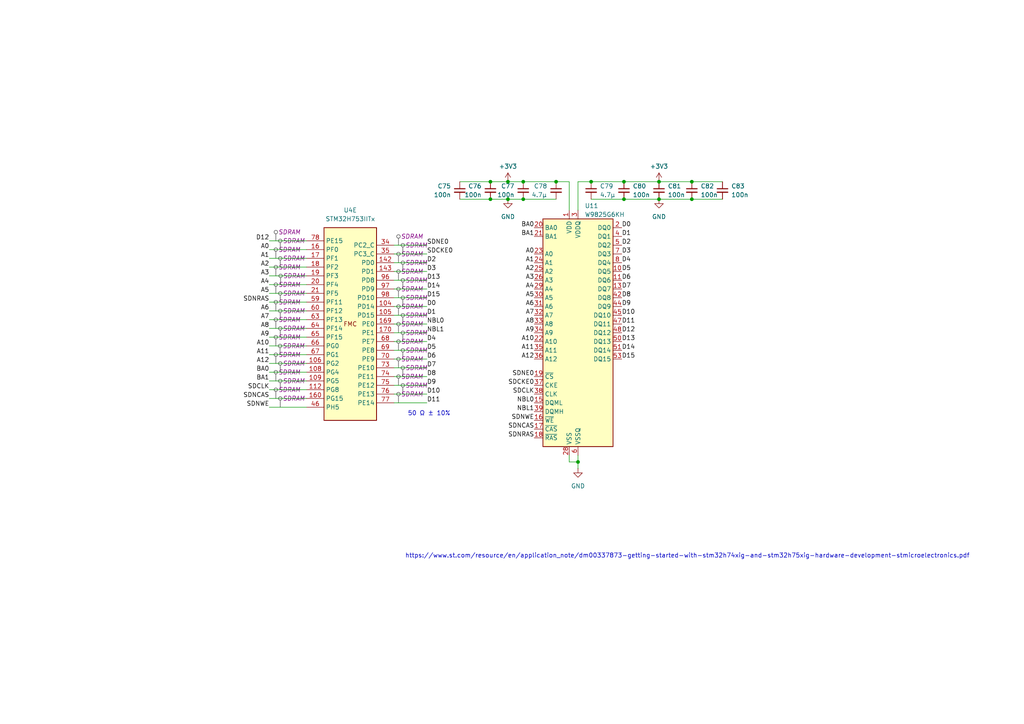
<source format=kicad_sch>
(kicad_sch
	(version 20231120)
	(generator "eeschema")
	(generator_version "8.0")
	(uuid "0913989b-2efd-446d-8300-e7223acbb6bb")
	(paper "A4")
	
	(junction
		(at 151.765 52.705)
		(diameter 0)
		(color 0 0 0 0)
		(uuid "0aa69484-f14c-4d2f-988a-b5e00e4dc40f")
	)
	(junction
		(at 147.32 57.785)
		(diameter 0)
		(color 0 0 0 0)
		(uuid "11befee0-d1a2-45b0-99a7-cc5adc83194e")
	)
	(junction
		(at 191.135 52.705)
		(diameter 0)
		(color 0 0 0 0)
		(uuid "27ce5823-6af6-4015-9a21-24aca58abe74")
	)
	(junction
		(at 142.24 52.705)
		(diameter 0)
		(color 0 0 0 0)
		(uuid "2fbc1244-9b2d-45f4-ba0a-565e5f98c75b")
	)
	(junction
		(at 200.66 52.705)
		(diameter 0)
		(color 0 0 0 0)
		(uuid "30663f78-54af-461f-b8b1-a2669210ff7a")
	)
	(junction
		(at 151.765 57.785)
		(diameter 0)
		(color 0 0 0 0)
		(uuid "33feda7a-3e87-47b0-90ec-e646e78bd1d7")
	)
	(junction
		(at 180.975 57.785)
		(diameter 0)
		(color 0 0 0 0)
		(uuid "45beedf7-5ac3-435a-9a12-82ac83e58923")
	)
	(junction
		(at 167.64 133.985)
		(diameter 0)
		(color 0 0 0 0)
		(uuid "53f3f723-1624-422f-acba-bdd0493a4f41")
	)
	(junction
		(at 180.975 52.705)
		(diameter 0)
		(color 0 0 0 0)
		(uuid "5a0faf0c-ac9c-48e8-853e-40b9e39c20d6")
	)
	(junction
		(at 142.24 57.785)
		(diameter 0)
		(color 0 0 0 0)
		(uuid "8abc452b-4745-4af1-b367-b574916fa45b")
	)
	(junction
		(at 171.45 52.705)
		(diameter 0)
		(color 0 0 0 0)
		(uuid "94e152f6-54a2-4cb6-9522-7b6fb9801810")
	)
	(junction
		(at 191.135 57.785)
		(diameter 0)
		(color 0 0 0 0)
		(uuid "9d492881-f5a7-4070-9bb2-05d9f7015db0")
	)
	(junction
		(at 147.32 52.705)
		(diameter 0)
		(color 0 0 0 0)
		(uuid "bf5e8da2-57ea-4b44-9bcd-e18758a39bc6")
	)
	(junction
		(at 200.66 57.785)
		(diameter 0)
		(color 0 0 0 0)
		(uuid "d09b2dfc-f9c8-45c8-8c8a-d981948d8c11")
	)
	(junction
		(at 161.29 52.705)
		(diameter 0)
		(color 0 0 0 0)
		(uuid "dd8f503a-20e8-4ae4-824b-6177ce44cb3e")
	)
	(wire
		(pts
			(xy 167.64 133.985) (xy 167.64 135.89)
		)
		(stroke
			(width 0)
			(type default)
		)
		(uuid "058f8f2c-a46b-4cc8-a15c-2f38b1d318be")
	)
	(wire
		(pts
			(xy 114.3 73.66) (xy 123.825 73.66)
		)
		(stroke
			(width 0)
			(type default)
		)
		(uuid "0675a0a7-55b2-465c-88e4-c2b52ca4a95f")
	)
	(wire
		(pts
			(xy 133.35 57.785) (xy 142.24 57.785)
		)
		(stroke
			(width 0)
			(type default)
		)
		(uuid "080ed248-06e3-43d6-930d-0132f7cdabba")
	)
	(wire
		(pts
			(xy 147.32 57.785) (xy 151.765 57.785)
		)
		(stroke
			(width 0)
			(type default)
		)
		(uuid "09dd5183-0929-4185-80b9-72958272d40a")
	)
	(wire
		(pts
			(xy 142.24 52.705) (xy 147.32 52.705)
		)
		(stroke
			(width 0)
			(type default)
		)
		(uuid "117b0530-3ccb-4aec-9cf8-172d858796e2")
	)
	(wire
		(pts
			(xy 165.1 52.705) (xy 165.1 60.96)
		)
		(stroke
			(width 0)
			(type default)
		)
		(uuid "155178a5-7148-42a1-95bc-8628b37deadf")
	)
	(wire
		(pts
			(xy 78.105 110.49) (xy 88.9 110.49)
		)
		(stroke
			(width 0)
			(type default)
		)
		(uuid "15f766ee-30b1-47f2-9bd2-347dbd2924fc")
	)
	(wire
		(pts
			(xy 191.135 57.785) (xy 200.66 57.785)
		)
		(stroke
			(width 0)
			(type default)
		)
		(uuid "164fadb8-13c8-40b8-bf6c-ad33a31cf37a")
	)
	(wire
		(pts
			(xy 114.3 86.36) (xy 123.825 86.36)
		)
		(stroke
			(width 0)
			(type default)
		)
		(uuid "17d55c96-be82-4b9a-95ee-05f8fd474e5b")
	)
	(wire
		(pts
			(xy 167.64 132.08) (xy 167.64 133.985)
		)
		(stroke
			(width 0)
			(type default)
		)
		(uuid "1a8c918f-93ef-4057-9cb6-0ffb43e46534")
	)
	(wire
		(pts
			(xy 78.105 87.63) (xy 88.9 87.63)
		)
		(stroke
			(width 0)
			(type default)
		)
		(uuid "1a91cd41-6e70-4e8f-ae24-aa343aa81b9b")
	)
	(wire
		(pts
			(xy 78.105 92.71) (xy 88.9 92.71)
		)
		(stroke
			(width 0)
			(type default)
		)
		(uuid "1c5c3835-53db-4f46-afe8-996f87f783a3")
	)
	(wire
		(pts
			(xy 161.29 52.705) (xy 165.1 52.705)
		)
		(stroke
			(width 0)
			(type default)
		)
		(uuid "252ff9d6-d9b2-4bfc-a0ee-c0fe5c04ead4")
	)
	(wire
		(pts
			(xy 167.64 60.96) (xy 167.64 52.705)
		)
		(stroke
			(width 0)
			(type default)
		)
		(uuid "2c06a41b-3aac-4d5b-8e5d-94bc3a45c84c")
	)
	(wire
		(pts
			(xy 114.3 106.68) (xy 123.825 106.68)
		)
		(stroke
			(width 0)
			(type default)
		)
		(uuid "2fc244d4-56fc-4471-a6ff-94df4745e812")
	)
	(wire
		(pts
			(xy 114.3 78.74) (xy 123.825 78.74)
		)
		(stroke
			(width 0)
			(type default)
		)
		(uuid "30af72c5-5e02-4ed4-8129-579909937a6a")
	)
	(wire
		(pts
			(xy 78.105 69.85) (xy 88.9 69.85)
		)
		(stroke
			(width 0)
			(type default)
		)
		(uuid "3377f3f7-e58a-4842-a859-6419e876efe9")
	)
	(wire
		(pts
			(xy 180.975 52.705) (xy 191.135 52.705)
		)
		(stroke
			(width 0)
			(type default)
		)
		(uuid "338db336-0ea9-41a9-8017-94538d92c6ef")
	)
	(wire
		(pts
			(xy 114.3 104.14) (xy 123.825 104.14)
		)
		(stroke
			(width 0)
			(type default)
		)
		(uuid "3629cbaf-f246-4602-8480-9734182d2170")
	)
	(wire
		(pts
			(xy 114.3 76.2) (xy 123.825 76.2)
		)
		(stroke
			(width 0)
			(type default)
		)
		(uuid "3738b011-c129-4bac-9838-701252f3ee6a")
	)
	(wire
		(pts
			(xy 142.24 57.785) (xy 147.32 57.785)
		)
		(stroke
			(width 0)
			(type default)
		)
		(uuid "3af0ab08-23e1-4963-9a46-5ad0569a79c6")
	)
	(wire
		(pts
			(xy 78.105 105.41) (xy 88.9 105.41)
		)
		(stroke
			(width 0)
			(type default)
		)
		(uuid "3b9164a2-ba57-4cab-a433-3ba24f8d9f98")
	)
	(wire
		(pts
			(xy 191.135 52.705) (xy 200.66 52.705)
		)
		(stroke
			(width 0)
			(type default)
		)
		(uuid "3d4ab797-391b-410c-ba12-85cc0a0ce1cc")
	)
	(wire
		(pts
			(xy 78.105 80.01) (xy 88.9 80.01)
		)
		(stroke
			(width 0)
			(type default)
		)
		(uuid "3e34e1af-0808-4aeb-9e96-815389881c8e")
	)
	(wire
		(pts
			(xy 200.66 52.705) (xy 209.55 52.705)
		)
		(stroke
			(width 0)
			(type default)
		)
		(uuid "478b0e7b-ed93-4884-813e-b5ba7b4e3fe4")
	)
	(wire
		(pts
			(xy 114.3 81.28) (xy 123.825 81.28)
		)
		(stroke
			(width 0)
			(type default)
		)
		(uuid "4bb367c3-ee7e-4ff0-9316-ad335976d792")
	)
	(wire
		(pts
			(xy 114.3 88.9) (xy 123.825 88.9)
		)
		(stroke
			(width 0)
			(type default)
		)
		(uuid "4cc12404-b601-4108-90ea-949b5c93c517")
	)
	(wire
		(pts
			(xy 133.35 52.705) (xy 142.24 52.705)
		)
		(stroke
			(width 0)
			(type default)
		)
		(uuid "5a549bcb-03da-4709-8ac1-4704b034e93d")
	)
	(wire
		(pts
			(xy 78.105 97.79) (xy 88.9 97.79)
		)
		(stroke
			(width 0)
			(type default)
		)
		(uuid "5d948629-a164-48fc-bc7e-8369979bed75")
	)
	(wire
		(pts
			(xy 114.3 83.82) (xy 123.825 83.82)
		)
		(stroke
			(width 0)
			(type default)
		)
		(uuid "6421b8f9-d0ff-4c8b-a97d-49ccb33fe523")
	)
	(wire
		(pts
			(xy 78.105 102.87) (xy 88.9 102.87)
		)
		(stroke
			(width 0)
			(type default)
		)
		(uuid "65cf59a5-f8ad-4ba2-9742-7e859c4b6a00")
	)
	(wire
		(pts
			(xy 171.45 52.705) (xy 180.975 52.705)
		)
		(stroke
			(width 0)
			(type default)
		)
		(uuid "69870482-4f80-4c80-88ab-bd840453ce69")
	)
	(wire
		(pts
			(xy 114.3 93.98) (xy 123.825 93.98)
		)
		(stroke
			(width 0)
			(type default)
		)
		(uuid "6a16892f-d692-4084-a0ec-9ea54832ce73")
	)
	(wire
		(pts
			(xy 165.1 132.08) (xy 165.1 133.985)
		)
		(stroke
			(width 0)
			(type default)
		)
		(uuid "70cb0efd-a0a5-4c93-ae47-2d36e3cc3174")
	)
	(wire
		(pts
			(xy 78.105 100.33) (xy 88.9 100.33)
		)
		(stroke
			(width 0)
			(type default)
		)
		(uuid "7102a4df-2ad8-475c-a6f0-e0c8d298bb62")
	)
	(wire
		(pts
			(xy 78.105 113.03) (xy 88.9 113.03)
		)
		(stroke
			(width 0)
			(type default)
		)
		(uuid "719d0f14-55a6-41b0-b77d-a65a70ef44ad")
	)
	(wire
		(pts
			(xy 167.64 52.705) (xy 171.45 52.705)
		)
		(stroke
			(width 0)
			(type default)
		)
		(uuid "72cdd14e-0c46-4139-8a1f-cd045dd05d8a")
	)
	(wire
		(pts
			(xy 78.105 77.47) (xy 88.9 77.47)
		)
		(stroke
			(width 0)
			(type default)
		)
		(uuid "735a2a9a-9e90-4930-a46c-c8a733a02b78")
	)
	(wire
		(pts
			(xy 165.1 133.985) (xy 167.64 133.985)
		)
		(stroke
			(width 0)
			(type default)
		)
		(uuid "736c49fa-6a8c-4466-baa0-959c59b38a6c")
	)
	(wire
		(pts
			(xy 114.3 116.84) (xy 123.825 116.84)
		)
		(stroke
			(width 0)
			(type default)
		)
		(uuid "748eb911-6534-4685-83b6-d40b388a7243")
	)
	(wire
		(pts
			(xy 78.105 90.17) (xy 88.9 90.17)
		)
		(stroke
			(width 0)
			(type default)
		)
		(uuid "7c13b3a8-1c59-409f-bddd-4b12f43aaf5e")
	)
	(wire
		(pts
			(xy 151.765 57.785) (xy 161.29 57.785)
		)
		(stroke
			(width 0)
			(type default)
		)
		(uuid "7f7ff86a-6e63-4a81-9dc5-4018f9bdd9e2")
	)
	(wire
		(pts
			(xy 114.3 101.6) (xy 123.825 101.6)
		)
		(stroke
			(width 0)
			(type default)
		)
		(uuid "84d1743c-d17f-4328-8dc5-c263e10c222d")
	)
	(wire
		(pts
			(xy 114.3 71.12) (xy 123.825 71.12)
		)
		(stroke
			(width 0)
			(type default)
		)
		(uuid "89a9067f-7786-493a-849d-db284a9ec3d1")
	)
	(wire
		(pts
			(xy 114.3 96.52) (xy 123.825 96.52)
		)
		(stroke
			(width 0)
			(type default)
		)
		(uuid "9bb6af4c-caeb-4eab-a910-e3f182165582")
	)
	(wire
		(pts
			(xy 78.105 74.93) (xy 88.9 74.93)
		)
		(stroke
			(width 0)
			(type default)
		)
		(uuid "a31097b4-5873-41c0-9e4e-d814efffd65a")
	)
	(wire
		(pts
			(xy 151.765 52.705) (xy 161.29 52.705)
		)
		(stroke
			(width 0)
			(type default)
		)
		(uuid "a7824cb8-bf75-4f13-a8b9-fa392e816904")
	)
	(wire
		(pts
			(xy 114.3 114.3) (xy 123.825 114.3)
		)
		(stroke
			(width 0)
			(type default)
		)
		(uuid "aa5f3893-1e06-433d-9cf5-b78c8ccaa624")
	)
	(wire
		(pts
			(xy 171.45 57.785) (xy 180.975 57.785)
		)
		(stroke
			(width 0)
			(type default)
		)
		(uuid "ac0d8c0a-3aeb-4891-aefd-31f25bdb4daf")
	)
	(wire
		(pts
			(xy 78.105 85.09) (xy 88.9 85.09)
		)
		(stroke
			(width 0)
			(type default)
		)
		(uuid "ac5fce5b-8c50-42c3-be42-26f32d36da99")
	)
	(wire
		(pts
			(xy 114.3 99.06) (xy 123.825 99.06)
		)
		(stroke
			(width 0)
			(type default)
		)
		(uuid "b1561d85-ab3d-46bd-812b-7493752a176f")
	)
	(wire
		(pts
			(xy 78.105 118.11) (xy 88.9 118.11)
		)
		(stroke
			(width 0)
			(type default)
		)
		(uuid "b1c39eb4-56ac-49db-a8c6-40e383918df3")
	)
	(wire
		(pts
			(xy 147.32 52.705) (xy 151.765 52.705)
		)
		(stroke
			(width 0)
			(type default)
		)
		(uuid "baab7302-9487-4bf9-a2eb-1b59e0c90902")
	)
	(wire
		(pts
			(xy 78.105 82.55) (xy 88.9 82.55)
		)
		(stroke
			(width 0)
			(type default)
		)
		(uuid "bd3ca4cc-502b-42ed-b2de-835287a5b7a3")
	)
	(wire
		(pts
			(xy 114.3 91.44) (xy 123.825 91.44)
		)
		(stroke
			(width 0)
			(type default)
		)
		(uuid "cf22a814-13a2-41f2-ba84-64f5d9cc5746")
	)
	(wire
		(pts
			(xy 78.105 95.25) (xy 88.9 95.25)
		)
		(stroke
			(width 0)
			(type default)
		)
		(uuid "d791f195-0634-4a16-9735-2f51fae5a5b7")
	)
	(wire
		(pts
			(xy 180.975 57.785) (xy 191.135 57.785)
		)
		(stroke
			(width 0)
			(type default)
		)
		(uuid "d89233d2-649d-47a3-821c-32a9b31f9df3")
	)
	(wire
		(pts
			(xy 78.105 107.95) (xy 88.9 107.95)
		)
		(stroke
			(width 0)
			(type default)
		)
		(uuid "d8ec4f49-8782-4c54-a6f4-b8cb606fca5b")
	)
	(wire
		(pts
			(xy 114.3 109.22) (xy 123.825 109.22)
		)
		(stroke
			(width 0)
			(type default)
		)
		(uuid "dfc6dd18-d906-47dc-9065-3e55e0cbc91e")
	)
	(wire
		(pts
			(xy 78.105 72.39) (xy 88.9 72.39)
		)
		(stroke
			(width 0)
			(type default)
		)
		(uuid "e0856081-ab6c-471f-8ffa-cbaa63921a51")
	)
	(wire
		(pts
			(xy 78.105 115.57) (xy 88.9 115.57)
		)
		(stroke
			(width 0)
			(type default)
		)
		(uuid "e4535f87-8ad8-4e5e-8e34-f13b3fa4e802")
	)
	(wire
		(pts
			(xy 114.3 111.76) (xy 123.825 111.76)
		)
		(stroke
			(width 0)
			(type default)
		)
		(uuid "ef2f323c-175d-40da-9f9c-1a6a4c31ae89")
	)
	(wire
		(pts
			(xy 200.66 57.785) (xy 209.55 57.785)
		)
		(stroke
			(width 0)
			(type default)
		)
		(uuid "f0012eb3-c4ad-4698-aaae-bb0803b9475f")
	)
	(text "https://www.st.com/resource/en/application_note/dm00337873-getting-started-with-stm32h74xig-and-stm32h75xig-hardware-development-stmicroelectronics.pdf"
		(exclude_from_sim no)
		(at 199.39 161.29 0)
		(effects
			(font
				(size 1.27 1.27)
			)
		)
		(uuid "121a3812-22bd-400b-881f-aded0ed11834")
	)
	(text "50 Ω ± 10%"
		(exclude_from_sim no)
		(at 124.46 120.015 0)
		(effects
			(font
				(size 1.27 1.27)
			)
		)
		(uuid "a7693343-63e5-4bda-bd9f-4b95d66232f6")
	)
	(label "D12"
		(at 78.105 69.85 180)
		(effects
			(font
				(size 1.27 1.27)
			)
			(justify right bottom)
		)
		(uuid "0148ff1c-802a-4b5c-87a0-2768f63d09a4")
	)
	(label "D1"
		(at 123.825 91.44 0)
		(effects
			(font
				(size 1.27 1.27)
			)
			(justify left bottom)
		)
		(uuid "06cb09c2-6508-4990-a806-0958b97fc858")
	)
	(label "A5"
		(at 78.105 85.09 180)
		(effects
			(font
				(size 1.27 1.27)
			)
			(justify right bottom)
		)
		(uuid "0941aa11-9296-42fc-8947-f29908db3124")
	)
	(label "A6"
		(at 78.105 90.17 180)
		(effects
			(font
				(size 1.27 1.27)
			)
			(justify right bottom)
		)
		(uuid "15f17cf4-7fbb-4d7c-9fa6-03037f7baa41")
	)
	(label "SDCKE0"
		(at 154.94 111.76 180)
		(effects
			(font
				(size 1.27 1.27)
			)
			(justify right bottom)
		)
		(uuid "1638c7d9-500f-4a1e-a00d-6a4951314378")
	)
	(label "D7"
		(at 180.34 83.82 0)
		(effects
			(font
				(size 1.27 1.27)
			)
			(justify left bottom)
		)
		(uuid "1a0e440a-1769-43ea-876a-ae9d74ee52f3")
	)
	(label "D9"
		(at 123.825 111.76 0)
		(effects
			(font
				(size 1.27 1.27)
			)
			(justify left bottom)
		)
		(uuid "21908c11-ad25-43b4-9392-e1c078a4705b")
	)
	(label "SDCLK"
		(at 78.105 113.03 180)
		(effects
			(font
				(size 1.27 1.27)
			)
			(justify right bottom)
		)
		(uuid "25cb6843-c5df-46da-86e8-968cba44fe2b")
	)
	(label "SDNCAS"
		(at 78.105 115.57 180)
		(effects
			(font
				(size 1.27 1.27)
			)
			(justify right bottom)
		)
		(uuid "2b71e796-0e65-4d3b-9204-19ff36a6f108")
	)
	(label "A2"
		(at 78.105 77.47 180)
		(effects
			(font
				(size 1.27 1.27)
			)
			(justify right bottom)
		)
		(uuid "2d32f54a-c8a4-4bfd-b32d-de4bbeabe75d")
	)
	(label "A3"
		(at 78.105 80.01 180)
		(effects
			(font
				(size 1.27 1.27)
			)
			(justify right bottom)
		)
		(uuid "3492a51d-2fec-4e46-93f1-bb5c390ce868")
	)
	(label "A0"
		(at 78.105 72.39 180)
		(effects
			(font
				(size 1.27 1.27)
			)
			(justify right bottom)
		)
		(uuid "36e4077e-9f4c-4407-b356-ab0c9f9f81ae")
	)
	(label "A11"
		(at 78.105 102.87 180)
		(effects
			(font
				(size 1.27 1.27)
			)
			(justify right bottom)
		)
		(uuid "38143824-fc0e-4486-bf53-aef063a6fe3e")
	)
	(label "D3"
		(at 123.825 78.74 0)
		(effects
			(font
				(size 1.27 1.27)
			)
			(justify left bottom)
		)
		(uuid "393e4245-b609-447d-b906-7f4d563915a0")
	)
	(label "NBL1"
		(at 123.825 96.52 0)
		(effects
			(font
				(size 1.27 1.27)
			)
			(justify left bottom)
		)
		(uuid "3a9fd6e6-e8e1-4cc9-8770-bb925eca4279")
	)
	(label "SDNE0"
		(at 123.825 71.12 0)
		(effects
			(font
				(size 1.27 1.27)
			)
			(justify left bottom)
		)
		(uuid "40eb25ea-6771-49dc-9498-f3ae1b9ca5ff")
	)
	(label "D6"
		(at 123.825 104.14 0)
		(effects
			(font
				(size 1.27 1.27)
			)
			(justify left bottom)
		)
		(uuid "41cecaa5-128e-4bce-ae82-e77692b24869")
	)
	(label "D8"
		(at 180.34 86.36 0)
		(effects
			(font
				(size 1.27 1.27)
			)
			(justify left bottom)
		)
		(uuid "4457e67b-5b98-4aa7-985a-6d40a322a70d")
	)
	(label "NBL1"
		(at 154.94 119.38 180)
		(effects
			(font
				(size 1.27 1.27)
			)
			(justify right bottom)
		)
		(uuid "45ac0c0a-4c6e-461d-8e74-df7b2e9e1cb7")
	)
	(label "A5"
		(at 154.94 86.36 180)
		(effects
			(font
				(size 1.27 1.27)
			)
			(justify right bottom)
		)
		(uuid "45c71e89-7619-4845-8168-c2f3fac00389")
	)
	(label "SDCKE0"
		(at 123.825 73.66 0)
		(effects
			(font
				(size 1.27 1.27)
			)
			(justify left bottom)
		)
		(uuid "4abb3ef1-a022-4fe2-8c00-960edf75cbea")
	)
	(label "D15"
		(at 123.825 86.36 0)
		(effects
			(font
				(size 1.27 1.27)
			)
			(justify left bottom)
		)
		(uuid "4b0902ac-0e43-497a-9ee7-6a4cd1bca6da")
	)
	(label "A10"
		(at 154.94 99.06 180)
		(effects
			(font
				(size 1.27 1.27)
			)
			(justify right bottom)
		)
		(uuid "4c29ca21-8cfc-4f91-b339-80229decd2af")
	)
	(label "SDNCAS"
		(at 154.94 124.46 180)
		(effects
			(font
				(size 1.27 1.27)
			)
			(justify right bottom)
		)
		(uuid "4dfc98cd-8e56-4725-ab1a-b5f5ffd03048")
	)
	(label "SDNWE"
		(at 78.105 118.11 180)
		(effects
			(font
				(size 1.27 1.27)
			)
			(justify right bottom)
		)
		(uuid "4eda3f7f-5409-4a2a-9ba6-00d5c532b3b8")
	)
	(label "D12"
		(at 180.34 96.52 0)
		(effects
			(font
				(size 1.27 1.27)
			)
			(justify left bottom)
		)
		(uuid "4ee20a3c-d4e6-4f6a-bd2e-505232c319a9")
	)
	(label "A8"
		(at 78.105 95.25 180)
		(effects
			(font
				(size 1.27 1.27)
			)
			(justify right bottom)
		)
		(uuid "513ac848-c506-4937-9c58-9ce752ab7cba")
	)
	(label "A12"
		(at 78.105 105.41 180)
		(effects
			(font
				(size 1.27 1.27)
			)
			(justify right bottom)
		)
		(uuid "56926d10-ce90-41f7-b3f8-b1c8953f8773")
	)
	(label "D5"
		(at 123.825 101.6 0)
		(effects
			(font
				(size 1.27 1.27)
			)
			(justify left bottom)
		)
		(uuid "59049c41-a3fa-4111-b29e-77125bddbf2c")
	)
	(label "A10"
		(at 78.105 100.33 180)
		(effects
			(font
				(size 1.27 1.27)
			)
			(justify right bottom)
		)
		(uuid "59aa6d58-8a73-4be6-ac42-c56869f8bfe5")
	)
	(label "A12"
		(at 154.94 104.14 180)
		(effects
			(font
				(size 1.27 1.27)
			)
			(justify right bottom)
		)
		(uuid "59eadc59-5da9-492d-b4cb-74a124f5bd39")
	)
	(label "BA0"
		(at 154.94 66.04 180)
		(effects
			(font
				(size 1.27 1.27)
			)
			(justify right bottom)
		)
		(uuid "5a1c4677-e92e-496f-938d-5b0499925bb3")
	)
	(label "A7"
		(at 154.94 91.44 180)
		(effects
			(font
				(size 1.27 1.27)
			)
			(justify right bottom)
		)
		(uuid "5ae47d2a-3b28-406e-8fcd-452e509cd35f")
	)
	(label "D2"
		(at 180.34 71.12 0)
		(effects
			(font
				(size 1.27 1.27)
			)
			(justify left bottom)
		)
		(uuid "5cb57f0f-6268-403e-a348-c473c2478daf")
	)
	(label "NBL0"
		(at 154.94 116.84 180)
		(effects
			(font
				(size 1.27 1.27)
			)
			(justify right bottom)
		)
		(uuid "6009ff1d-3f06-4de7-b006-789847dfeded")
	)
	(label "D4"
		(at 180.34 76.2 0)
		(effects
			(font
				(size 1.27 1.27)
			)
			(justify left bottom)
		)
		(uuid "6317de6c-01b3-4050-81c9-b8070aa25c2b")
	)
	(label "D14"
		(at 123.825 83.82 0)
		(effects
			(font
				(size 1.27 1.27)
			)
			(justify left bottom)
		)
		(uuid "6573dae9-d4cf-4279-8abf-3d100fbd8fb2")
	)
	(label "A6"
		(at 154.94 88.9 180)
		(effects
			(font
				(size 1.27 1.27)
			)
			(justify right bottom)
		)
		(uuid "6826ccf0-21c6-4d35-992d-ce08198a5334")
	)
	(label "D6"
		(at 180.34 81.28 0)
		(effects
			(font
				(size 1.27 1.27)
			)
			(justify left bottom)
		)
		(uuid "6aa5b2c4-13aa-4ffd-b89c-5b22a0f5d27c")
	)
	(label "BA0"
		(at 78.105 107.95 180)
		(effects
			(font
				(size 1.27 1.27)
			)
			(justify right bottom)
		)
		(uuid "6b9f2fe1-f355-4237-bb7e-7598aadc0560")
	)
	(label "A9"
		(at 78.105 97.79 180)
		(effects
			(font
				(size 1.27 1.27)
			)
			(justify right bottom)
		)
		(uuid "6dfc2139-ee9c-4ead-8018-b2ba0b84f9dc")
	)
	(label "D9"
		(at 180.34 88.9 0)
		(effects
			(font
				(size 1.27 1.27)
			)
			(justify left bottom)
		)
		(uuid "6f00e29a-e82c-4540-a4fe-04abaeee488f")
	)
	(label "A11"
		(at 154.94 101.6 180)
		(effects
			(font
				(size 1.27 1.27)
			)
			(justify right bottom)
		)
		(uuid "70153028-d456-4278-8e63-1e02e11aeadb")
	)
	(label "D0"
		(at 123.825 88.9 0)
		(effects
			(font
				(size 1.27 1.27)
			)
			(justify left bottom)
		)
		(uuid "72919f97-fb5d-466c-a04b-10d6e10d69c6")
	)
	(label "D15"
		(at 180.34 104.14 0)
		(effects
			(font
				(size 1.27 1.27)
			)
			(justify left bottom)
		)
		(uuid "74c938b9-4a89-404d-b445-53ee8920cac6")
	)
	(label "D0"
		(at 180.34 66.04 0)
		(effects
			(font
				(size 1.27 1.27)
			)
			(justify left bottom)
		)
		(uuid "76dde709-3a15-4237-8542-7209bc12ecd6")
	)
	(label "D2"
		(at 123.825 76.2 0)
		(effects
			(font
				(size 1.27 1.27)
			)
			(justify left bottom)
		)
		(uuid "78de6bf3-0fd9-4dca-aa4c-1c7fabad124d")
	)
	(label "SDCLK"
		(at 154.94 114.3 180)
		(effects
			(font
				(size 1.27 1.27)
			)
			(justify right bottom)
		)
		(uuid "82000398-a4c2-45ad-ac53-caaef3c3e3e2")
	)
	(label "A3"
		(at 154.94 81.28 180)
		(effects
			(font
				(size 1.27 1.27)
			)
			(justify right bottom)
		)
		(uuid "88d0b4b1-6fc4-4291-b24e-507556bad874")
	)
	(label "D11"
		(at 123.825 116.84 0)
		(effects
			(font
				(size 1.27 1.27)
			)
			(justify left bottom)
		)
		(uuid "8a55056b-ea04-4d1f-a4ab-bbe27720b48f")
	)
	(label "D14"
		(at 180.34 101.6 0)
		(effects
			(font
				(size 1.27 1.27)
			)
			(justify left bottom)
		)
		(uuid "8b46704e-5f67-49e0-9c95-3d78cf3e4d5b")
	)
	(label "D13"
		(at 123.825 81.28 0)
		(effects
			(font
				(size 1.27 1.27)
			)
			(justify left bottom)
		)
		(uuid "8c014b5b-cc1d-46a9-9ab5-3f55257ed521")
	)
	(label "A4"
		(at 78.105 82.55 180)
		(effects
			(font
				(size 1.27 1.27)
			)
			(justify right bottom)
		)
		(uuid "8d7ca9ec-e657-42bb-aedd-c88a8fcb1e0d")
	)
	(label "D5"
		(at 180.34 78.74 0)
		(effects
			(font
				(size 1.27 1.27)
			)
			(justify left bottom)
		)
		(uuid "8d7d1b96-7414-4fc0-8313-14d7648d68e8")
	)
	(label "SDNRAS"
		(at 78.105 87.63 180)
		(effects
			(font
				(size 1.27 1.27)
			)
			(justify right bottom)
		)
		(uuid "8dac3b17-c085-4dc4-879e-1d935c637f96")
	)
	(label "A2"
		(at 154.94 78.74 180)
		(effects
			(font
				(size 1.27 1.27)
			)
			(justify right bottom)
		)
		(uuid "998567a5-8f1c-4683-ade1-b250df05f6ad")
	)
	(label "D7"
		(at 123.825 106.68 0)
		(effects
			(font
				(size 1.27 1.27)
			)
			(justify left bottom)
		)
		(uuid "a1c4a694-bdcd-4d3c-9318-e9ee53e960d9")
	)
	(label "D11"
		(at 180.34 93.98 0)
		(effects
			(font
				(size 1.27 1.27)
			)
			(justify left bottom)
		)
		(uuid "a2deb507-7bf3-432e-8e2d-5f74bb6ef920")
	)
	(label "D13"
		(at 180.34 99.06 0)
		(effects
			(font
				(size 1.27 1.27)
			)
			(justify left bottom)
		)
		(uuid "a668203f-c64d-4a1c-b18e-81c9809f7f8c")
	)
	(label "D3"
		(at 180.34 73.66 0)
		(effects
			(font
				(size 1.27 1.27)
			)
			(justify left bottom)
		)
		(uuid "ab2bee55-6239-47aa-ab4b-ea42ccb99270")
	)
	(label "A1"
		(at 78.105 74.93 180)
		(effects
			(font
				(size 1.27 1.27)
			)
			(justify right bottom)
		)
		(uuid "aff7619a-0e73-4feb-a896-5b5914297aaf")
	)
	(label "D10"
		(at 123.825 114.3 0)
		(effects
			(font
				(size 1.27 1.27)
			)
			(justify left bottom)
		)
		(uuid "b45b765a-41e6-41d5-b967-4411db39a889")
	)
	(label "BA1"
		(at 154.94 68.58 180)
		(effects
			(font
				(size 1.27 1.27)
			)
			(justify right bottom)
		)
		(uuid "b75904f6-234c-4a4f-880f-eab35a2f4eb2")
	)
	(label "D8"
		(at 123.825 109.22 0)
		(effects
			(font
				(size 1.27 1.27)
			)
			(justify left bottom)
		)
		(uuid "ba4848a3-5b64-4f27-a85f-d800cf574e22")
	)
	(label "A0"
		(at 154.94 73.66 180)
		(effects
			(font
				(size 1.27 1.27)
			)
			(justify right bottom)
		)
		(uuid "c08a8765-9ef4-45ee-b56a-1b014d9864ec")
	)
	(label "A7"
		(at 78.105 92.71 180)
		(effects
			(font
				(size 1.27 1.27)
			)
			(justify right bottom)
		)
		(uuid "c1ed32a1-65a9-47fc-85b4-59452bb2ab0e")
	)
	(label "A9"
		(at 154.94 96.52 180)
		(effects
			(font
				(size 1.27 1.27)
			)
			(justify right bottom)
		)
		(uuid "c5d75c82-5a43-48f6-a443-81f9e534a004")
	)
	(label "A8"
		(at 154.94 93.98 180)
		(effects
			(font
				(size 1.27 1.27)
			)
			(justify right bottom)
		)
		(uuid "cd4c8f2b-3477-4834-aa89-43b1801ff30e")
	)
	(label "D1"
		(at 180.34 68.58 0)
		(effects
			(font
				(size 1.27 1.27)
			)
			(justify left bottom)
		)
		(uuid "ce380d0d-d666-470d-ae69-a6dfa300be2a")
	)
	(label "SDNWE"
		(at 154.94 121.92 180)
		(effects
			(font
				(size 1.27 1.27)
			)
			(justify right bottom)
		)
		(uuid "d1b1a6db-78b5-4c15-88a5-e400a8c2725b")
	)
	(label "D4"
		(at 123.825 99.06 0)
		(effects
			(font
				(size 1.27 1.27)
			)
			(justify left bottom)
		)
		(uuid "d781b2f0-7cb6-4c5e-8169-8e8139773722")
	)
	(label "A1"
		(at 154.94 76.2 180)
		(effects
			(font
				(size 1.27 1.27)
			)
			(justify right bottom)
		)
		(uuid "e33db6a4-57e4-474f-9d2d-4cf59e01794b")
	)
	(label "SDNE0"
		(at 154.94 109.22 180)
		(effects
			(font
				(size 1.27 1.27)
			)
			(justify right bottom)
		)
		(uuid "e8ddd02c-521f-4db1-ac16-a6b566f0f2de")
	)
	(label "SDNRAS"
		(at 154.94 127 180)
		(effects
			(font
				(size 1.27 1.27)
			)
			(justify right bottom)
		)
		(uuid "ef0fc81c-1a52-43ab-b931-f4d275bbd13f")
	)
	(label "D10"
		(at 180.34 91.44 0)
		(effects
			(font
				(size 1.27 1.27)
			)
			(justify left bottom)
		)
		(uuid "f43d4dd0-e2a4-433b-b4de-937e7189b3d5")
	)
	(label "NBL0"
		(at 123.825 93.98 0)
		(effects
			(font
				(size 1.27 1.27)
			)
			(justify left bottom)
		)
		(uuid "fa0ad51c-b4e4-4bc5-825f-38de14ca8e6d")
	)
	(label "BA1"
		(at 78.105 110.49 180)
		(effects
			(font
				(size 1.27 1.27)
			)
			(justify right bottom)
		)
		(uuid "fa96986b-9eac-4c54-bee5-5f71896fbb61")
	)
	(label "A4"
		(at 154.94 83.82 180)
		(effects
			(font
				(size 1.27 1.27)
			)
			(justify right bottom)
		)
		(uuid "fc5695f4-b76f-459e-a4ba-c35a07dc77d2")
	)
	(netclass_flag ""
		(length 2.54)
		(shape round)
		(at 80.01 74.93 0)
		(fields_autoplaced yes)
		(effects
			(font
				(size 1.27 1.27)
			)
			(justify left bottom)
		)
		(uuid "034c554b-a48f-4353-8d3d-b19d60a9ad57")
		(property "Netclass" "SDRAM"
			(at 80.7085 72.39 0)
			(effects
				(font
					(size 1.27 1.27)
					(italic yes)
				)
				(justify left)
			)
		)
	)
	(netclass_flag ""
		(length 2.54)
		(shape round)
		(at 80.01 85.09 0)
		(fields_autoplaced yes)
		(effects
			(font
				(size 1.27 1.27)
			)
			(justify left bottom)
		)
		(uuid "0b86b4b1-0c41-48b9-91e6-b20ffeb6bfda")
		(property "Netclass" "SDRAM"
			(at 80.7085 82.55 0)
			(effects
				(font
					(size 1.27 1.27)
					(italic yes)
				)
				(justify left)
			)
		)
	)
	(netclass_flag ""
		(length 2.54)
		(shape round)
		(at 80.01 105.41 0)
		(fields_autoplaced yes)
		(effects
			(font
				(size 1.27 1.27)
			)
			(justify left bottom)
		)
		(uuid "10853d2a-4e1f-487f-b19b-0137ecb3f41c")
		(property "Netclass" "SDRAM"
			(at 80.7085 102.87 0)
			(effects
				(font
					(size 1.27 1.27)
					(italic yes)
				)
				(justify left)
			)
		)
	)
	(netclass_flag ""
		(length 2.54)
		(shape round)
		(at 81.28 72.39 0)
		(fields_autoplaced yes)
		(effects
			(font
				(size 1.27 1.27)
			)
			(justify left bottom)
		)
		(uuid "12f4b366-f0e1-40bb-b26a-34c96637bc77")
		(property "Netclass" "SDRAM"
			(at 81.9785 69.85 0)
			(effects
				(font
					(size 1.27 1.27)
					(italic yes)
				)
				(justify left)
			)
		)
	)
	(netclass_flag ""
		(length 2.54)
		(shape round)
		(at 81.2254 102.87 0)
		(fields_autoplaced yes)
		(effects
			(font
				(size 1.27 1.27)
			)
			(justify left bottom)
		)
		(uuid "1e30520e-e826-487b-b145-6b3104fcfead")
		(property "Netclass" "SDRAM"
			(at 81.9239 100.33 0)
			(effects
				(font
					(size 1.27 1.27)
					(italic yes)
				)
				(justify left)
			)
		)
	)
	(netclass_flag ""
		(length 2.54)
		(shape round)
		(at 115.57 106.68 0)
		(fields_autoplaced yes)
		(effects
			(font
				(size 1.27 1.27)
			)
			(justify left bottom)
		)
		(uuid "1ff7d4c3-58ae-4952-945d-024dff9e0340")
		(property "Netclass" "SDRAM"
			(at 116.2685 104.14 0)
			(effects
				(font
					(size 1.27 1.27)
					(italic yes)
				)
				(justify left)
			)
		)
	)
	(netclass_flag ""
		(length 2.54)
		(shape round)
		(at 81.28 77.47 0)
		(fields_autoplaced yes)
		(effects
			(font
				(size 1.27 1.27)
			)
			(justify left bottom)
		)
		(uuid "236a4052-0f75-47cf-a30b-861816f90fa2")
		(property "Netclass" "SDRAM"
			(at 81.9785 74.93 0)
			(effects
				(font
					(size 1.27 1.27)
					(italic yes)
				)
				(justify left)
			)
		)
	)
	(netclass_flag ""
		(length 2.54)
		(shape round)
		(at 115.57 96.52 0)
		(fields_autoplaced yes)
		(effects
			(font
				(size 1.27 1.27)
			)
			(justify left bottom)
		)
		(uuid "2a5cb88a-e37f-42d8-ad01-5ffb4c973a75")
		(property "Netclass" "SDRAM"
			(at 116.2685 93.98 0)
			(effects
				(font
					(size 1.27 1.27)
					(italic yes)
				)
				(justify left)
			)
		)
	)
	(netclass_flag ""
		(length 2.54)
		(shape round)
		(at 116.84 73.66 0)
		(fields_autoplaced yes)
		(effects
			(font
				(size 1.27 1.27)
			)
			(justify left bottom)
		)
		(uuid "37bc677b-f413-4481-aca4-44ad6f28a418")
		(property "Netclass" "SDRAM"
			(at 117.5385 71.12 0)
			(effects
				(font
					(size 1.27 1.27)
					(italic yes)
				)
				(justify left)
			)
		)
	)
	(netclass_flag ""
		(length 2.54)
		(shape round)
		(at 81.28 113.03 0)
		(fields_autoplaced yes)
		(effects
			(font
				(size 1.27 1.27)
			)
			(justify left bottom)
		)
		(uuid "38438e82-5916-4369-9819-88cd8734d697")
		(property "Netclass" "SDRAM"
			(at 81.9785 110.49 0)
			(effects
				(font
					(size 1.27 1.27)
					(italic yes)
				)
				(justify left)
			)
		)
	)
	(netclass_flag ""
		(length 2.54)
		(shape round)
		(at 80.01 100.33 0)
		(fields_autoplaced yes)
		(effects
			(font
				(size 1.27 1.27)
			)
			(justify left bottom)
		)
		(uuid "4497be58-93f3-4c59-b0b9-ee5f45773846")
		(property "Netclass" "SDRAM"
			(at 80.7085 97.79 0)
			(effects
				(font
					(size 1.27 1.27)
					(italic yes)
				)
				(justify left)
			)
		)
	)
	(netclass_flag ""
		(length 2.54)
		(shape round)
		(at 115.57 111.76 0)
		(fields_autoplaced yes)
		(effects
			(font
				(size 1.27 1.27)
			)
			(justify left bottom)
		)
		(uuid "4fa4bab6-b5b7-432b-979e-55ed1d5fc9f3")
		(property "Netclass" "SDRAM"
			(at 116.2685 109.22 0)
			(effects
				(font
					(size 1.27 1.27)
					(italic yes)
				)
				(justify left)
			)
		)
	)
	(netclass_flag ""
		(length 2.54)
		(shape round)
		(at 115.57 71.12 0)
		(fields_autoplaced yes)
		(effects
			(font
				(size 1.27 1.27)
			)
			(justify left bottom)
		)
		(uuid "5323971b-dca1-44a8-b8f8-3a0cd7753891")
		(property "Netclass" "SDRAM"
			(at 116.2685 68.58 0)
			(effects
				(font
					(size 1.27 1.27)
					(italic yes)
				)
				(justify left)
			)
		)
	)
	(netclass_flag ""
		(length 2.54)
		(shape round)
		(at 116.84 109.22 0)
		(fields_autoplaced yes)
		(effects
			(font
				(size 1.27 1.27)
			)
			(justify left bottom)
		)
		(uuid "550dc270-b41d-4eb0-92d1-5f1adc95c354")
		(property "Netclass" "SDRAM"
			(at 117.5385 106.68 0)
			(effects
				(font
					(size 1.27 1.27)
					(italic yes)
				)
				(justify left)
			)
		)
	)
	(netclass_flag ""
		(length 2.54)
		(shape round)
		(at 116.84 88.9 0)
		(fields_autoplaced yes)
		(effects
			(font
				(size 1.27 1.27)
			)
			(justify left bottom)
		)
		(uuid "5c5cadce-0761-4b49-94df-66c347c56eff")
		(property "Netclass" "SDRAM"
			(at 117.5385 86.36 0)
			(effects
				(font
					(size 1.27 1.27)
					(italic yes)
				)
				(justify left)
			)
		)
	)
	(netclass_flag ""
		(length 2.54)
		(shape round)
		(at 115.57 91.44 0)
		(fields_autoplaced yes)
		(effects
			(font
				(size 1.27 1.27)
			)
			(justify left bottom)
		)
		(uuid "5ce63a76-a05d-4657-8976-1273e8f766dd")
		(property "Netclass" "SDRAM"
			(at 116.2685 88.9 0)
			(effects
				(font
					(size 1.27 1.27)
					(italic yes)
				)
				(justify left)
			)
		)
	)
	(netclass_flag ""
		(length 2.54)
		(shape round)
		(at 81.28 87.63 0)
		(fields_autoplaced yes)
		(effects
			(font
				(size 1.27 1.27)
			)
			(justify left bottom)
		)
		(uuid "66483bd0-8c4a-4cfe-82ad-10e2c53214a1")
		(property "Netclass" "SDRAM"
			(at 81.9785 85.09 0)
			(effects
				(font
					(size 1.27 1.27)
					(italic yes)
				)
				(justify left)
			)
		)
	)
	(netclass_flag ""
		(length 2.54)
		(shape round)
		(at 116.84 93.98 0)
		(fields_autoplaced yes)
		(effects
			(font
				(size 1.27 1.27)
			)
			(justify left bottom)
		)
		(uuid "6aa5458d-7db9-48c6-9834-3bd62578f1d6")
		(property "Netclass" "SDRAM"
			(at 117.5385 91.44 0)
			(effects
				(font
					(size 1.27 1.27)
					(italic yes)
				)
				(justify left)
			)
		)
	)
	(netclass_flag ""
		(length 2.54)
		(shape round)
		(at 116.84 114.3 0)
		(fields_autoplaced yes)
		(effects
			(font
				(size 1.27 1.27)
			)
			(justify left bottom)
		)
		(uuid "797d3a47-8dda-4ff3-8d6c-199e052eb191")
		(property "Netclass" "SDRAM"
			(at 117.5385 111.76 0)
			(effects
				(font
					(size 1.27 1.27)
					(italic yes)
				)
				(justify left)
			)
		)
	)
	(netclass_flag ""
		(length 2.54)
		(shape round)
		(at 115.57 81.28 0)
		(fields_autoplaced yes)
		(effects
			(font
				(size 1.27 1.27)
			)
			(justify left bottom)
		)
		(uuid "8536c341-7cf2-44f8-95a8-a4fa26d5e928")
		(property "Netclass" "SDRAM"
			(at 116.2685 78.74 0)
			(effects
				(font
					(size 1.27 1.27)
					(italic yes)
				)
				(justify left)
			)
		)
	)
	(netclass_flag ""
		(length 2.54)
		(shape round)
		(at 80.01 115.57 0)
		(fields_autoplaced yes)
		(effects
			(font
				(size 1.27 1.27)
			)
			(justify left bottom)
		)
		(uuid "9b960155-7f3b-4294-b2f8-d396fa80a6c6")
		(property "Netclass" "SDRAM"
			(at 80.7085 113.03 0)
			(effects
				(font
					(size 1.27 1.27)
					(italic yes)
				)
				(justify left)
			)
		)
	)
	(netclass_flag ""
		(length 2.54)
		(shape round)
		(at 116.84 83.82 0)
		(fields_autoplaced yes)
		(effects
			(font
				(size 1.27 1.27)
			)
			(justify left bottom)
		)
		(uuid "9ea858f4-154a-4950-a1ad-11a7baecd815")
		(property "Netclass" "SDRAM"
			(at 117.5385 81.28 0)
			(effects
				(font
					(size 1.27 1.27)
					(italic yes)
				)
				(justify left)
			)
		)
	)
	(netclass_flag ""
		(length 2.54)
		(shape round)
		(at 80.01 110.49 0)
		(fields_autoplaced yes)
		(effects
			(font
				(size 1.27 1.27)
			)
			(justify left bottom)
		)
		(uuid "a25bcab9-dfe0-4d90-98c7-7d2b7fdf36a7")
		(property "Netclass" "SDRAM"
			(at 80.7085 107.95 0)
			(effects
				(font
					(size 1.27 1.27)
					(italic yes)
				)
				(justify left)
			)
		)
	)
	(netclass_flag ""
		(length 2.54)
		(shape round)
		(at 80.01 95.25 0)
		(fields_autoplaced yes)
		(effects
			(font
				(size 1.27 1.27)
			)
			(justify left bottom)
		)
		(uuid "ac5d33f8-d0cb-47ee-bc0f-1fd419830c2c")
		(property "Netclass" "SDRAM"
			(at 80.7085 92.71 0)
			(effects
				(font
					(size 1.27 1.27)
					(italic yes)
				)
				(justify left)
			)
		)
	)
	(netclass_flag ""
		(length 2.54)
		(shape round)
		(at 80.01 90.17 0)
		(fields_autoplaced yes)
		(effects
			(font
				(size 1.27 1.27)
			)
			(justify left bottom)
		)
		(uuid "b02aedb8-3681-4405-b10f-195b2af3b17b")
		(property "Netclass" "SDRAM"
			(at 80.7085 87.63 0)
			(effects
				(font
					(size 1.27 1.27)
					(italic yes)
				)
				(justify left)
			)
		)
	)
	(netclass_flag ""
		(length 2.54)
		(shape round)
		(at 81.3812 82.55 0)
		(fields_autoplaced yes)
		(effects
			(font
				(size 1.27 1.27)
			)
			(justify left bottom)
		)
		(uuid "b3446e38-2e30-4839-a35b-d50cc1afddc8")
		(property "Netclass" "SDRAM"
			(at 82.0797 80.01 0)
			(effects
				(font
					(size 1.27 1.27)
					(italic yes)
				)
				(justify left)
			)
		)
	)
	(netclass_flag ""
		(length 2.54)
		(shape round)
		(at 81.28 118.11 0)
		(fields_autoplaced yes)
		(effects
			(font
				(size 1.27 1.27)
			)
			(justify left bottom)
		)
		(uuid "b7b789ac-006a-4295-bca0-c5471687deb9")
		(property "Netclass" "SDRAM"
			(at 81.9785 115.57 0)
			(effects
				(font
					(size 1.27 1.27)
					(italic yes)
				)
				(justify left)
			)
		)
	)
	(netclass_flag ""
		(length 2.54)
		(shape round)
		(at 115.57 86.36 0)
		(fields_autoplaced yes)
		(effects
			(font
				(size 1.27 1.27)
			)
			(justify left bottom)
		)
		(uuid "b902fba2-cec2-441e-bf59-1b6792fa5933")
		(property "Netclass" "SDRAM"
			(at 116.2685 83.82 0)
			(effects
				(font
					(size 1.27 1.27)
					(italic yes)
				)
				(justify left)
			)
		)
	)
	(netclass_flag ""
		(length 2.54)
		(shape round)
		(at 81.28 97.79 0)
		(fields_autoplaced yes)
		(effects
			(font
				(size 1.27 1.27)
			)
			(justify left bottom)
		)
		(uuid "c0e61053-c13f-47b9-bcdb-e4e38f68352c")
		(property "Netclass" "SDRAM"
			(at 81.9785 95.25 0)
			(effects
				(font
					(size 1.27 1.27)
					(italic yes)
				)
				(justify left)
			)
		)
	)
	(netclass_flag ""
		(length 2.54)
		(shape round)
		(at 116.84 104.14 0)
		(fields_autoplaced yes)
		(effects
			(font
				(size 1.27 1.27)
			)
			(justify left bottom)
		)
		(uuid "c5b5b491-01e1-4bdf-8ac8-9d627f00b0c1")
		(property "Netclass" "SDRAM"
			(at 117.5385 101.6 0)
			(effects
				(font
					(size 1.27 1.27)
					(italic yes)
				)
				(justify left)
			)
		)
	)
	(netclass_flag ""
		(length 2.54)
		(shape round)
		(at 116.84 78.74 0)
		(fields_autoplaced yes)
		(effects
			(font
				(size 1.27 1.27)
			)
			(justify left bottom)
		)
		(uuid "e2114737-3a66-426f-b8c0-3bed4acb76c0")
		(property "Netclass" "SDRAM"
			(at 117.5385 76.2 0)
			(effects
				(font
					(size 1.27 1.27)
					(italic yes)
				)
				(justify left)
			)
		)
	)
	(netclass_flag ""
		(length 2.54)
		(shape round)
		(at 115.57 76.2 0)
		(fields_autoplaced yes)
		(effects
			(font
				(size 1.27 1.27)
			)
			(justify left bottom)
		)
		(uuid "e2e7affe-6d91-4979-99ae-b9f824f3ab0d")
		(property "Netclass" "SDRAM"
			(at 116.2685 73.66 0)
			(effects
				(font
					(size 1.27 1.27)
					(italic yes)
				)
				(justify left)
			)
		)
	)
	(netclass_flag ""
		(length 2.54)
		(shape round)
		(at 115.57 101.6 0)
		(fields_autoplaced yes)
		(effects
			(font
				(size 1.27 1.27)
			)
			(justify left bottom)
		)
		(uuid "e86ec394-cf6c-45be-bb5f-6ae1cf218094")
		(property "Netclass" "SDRAM"
			(at 116.2685 99.06 0)
			(effects
				(font
					(size 1.27 1.27)
					(italic yes)
				)
				(justify left)
			)
		)
	)
	(netclass_flag ""
		(length 2.54)
		(shape round)
		(at 81.28 92.71 0)
		(fields_autoplaced yes)
		(effects
			(font
				(size 1.27 1.27)
			)
			(justify left bottom)
		)
		(uuid "e9760f64-affe-4672-ade8-8976e1baf551")
		(property "Netclass" "SDRAM"
			(at 81.9785 90.17 0)
			(effects
				(font
					(size 1.27 1.27)
					(italic yes)
				)
				(justify left)
			)
		)
	)
	(netclass_flag ""
		(length 2.54)
		(shape round)
		(at 80.01 80.01 0)
		(fields_autoplaced yes)
		(effects
			(font
				(size 1.27 1.27)
			)
			(justify left bottom)
		)
		(uuid "e98faa17-0899-4785-b525-1ae3fa720a51")
		(property "Netclass" "SDRAM"
			(at 80.7085 77.47 0)
			(effects
				(font
					(size 1.27 1.27)
					(italic yes)
				)
				(justify left)
			)
		)
	)
	(netclass_flag ""
		(length 2.54)
		(shape round)
		(at 115.57 116.84 0)
		(fields_autoplaced yes)
		(effects
			(font
				(size 1.27 1.27)
			)
			(justify left bottom)
		)
		(uuid "edf6f0fd-edc7-4bd6-9988-7b1b1aecdbde")
		(property "Netclass" "SDRAM"
			(at 116.2685 114.3 0)
			(effects
				(font
					(size 1.27 1.27)
					(italic yes)
				)
				(justify left)
			)
		)
	)
	(netclass_flag ""
		(length 2.54)
		(shape round)
		(at 116.84 99.06 0)
		(fields_autoplaced yes)
		(effects
			(font
				(size 1.27 1.27)
			)
			(justify left bottom)
		)
		(uuid "f4044613-6b75-429d-83bf-c44e3383f296")
		(property "Netclass" "SDRAM"
			(at 117.5385 96.52 0)
			(effects
				(font
					(size 1.27 1.27)
					(italic yes)
				)
				(justify left)
			)
		)
	)
	(netclass_flag ""
		(length 2.54)
		(shape round)
		(at 81.28 107.95 0)
		(fields_autoplaced yes)
		(effects
			(font
				(size 1.27 1.27)
			)
			(justify left bottom)
		)
		(uuid "fb4cda87-3360-44c2-971c-fd22fd855be7")
		(property "Netclass" "SDRAM"
			(at 81.9785 105.41 0)
			(effects
				(font
					(size 1.27 1.27)
					(italic yes)
				)
				(justify left)
			)
		)
	)
	(netclass_flag ""
		(length 2.54)
		(shape round)
		(at 80.01 69.85 0)
		(fields_autoplaced yes)
		(effects
			(font
				(size 1.27 1.27)
			)
			(justify left bottom)
		)
		(uuid "fd2a3502-72d4-48fe-8958-a7f038b00964")
		(property "Netclass" "SDRAM"
			(at 80.7085 67.31 0)
			(effects
				(font
					(size 1.27 1.27)
					(italic yes)
				)
				(justify left)
			)
		)
	)
	(symbol
		(lib_id "Device:C_Small")
		(at 142.24 55.245 0)
		(mirror y)
		(unit 1)
		(exclude_from_sim no)
		(in_bom yes)
		(on_board yes)
		(dnp no)
		(fields_autoplaced yes)
		(uuid "12cb94db-7e17-4072-9da0-9adc5b684d8b")
		(property "Reference" "C76"
			(at 139.7 53.9812 0)
			(effects
				(font
					(size 1.27 1.27)
				)
				(justify left)
			)
		)
		(property "Value" "100n"
			(at 139.7 56.5212 0)
			(effects
				(font
					(size 1.27 1.27)
				)
				(justify left)
			)
		)
		(property "Footprint" "Capacitor_SMD:C_0603_1608Metric"
			(at 142.24 55.245 0)
			(effects
				(font
					(size 1.27 1.27)
				)
				(hide yes)
			)
		)
		(property "Datasheet" "~"
			(at 142.24 55.245 0)
			(effects
				(font
					(size 1.27 1.27)
				)
				(hide yes)
			)
		)
		(property "Description" "Unpolarized capacitor, small symbol"
			(at 142.24 55.245 0)
			(effects
				(font
					(size 1.27 1.27)
				)
				(hide yes)
			)
		)
		(pin "2"
			(uuid "1aa3c939-69aa-4f3b-915f-3c9a25d1a58a")
		)
		(pin "1"
			(uuid "f0d6158e-aab1-4efb-b4ae-347b4abea1d4")
		)
		(instances
			(project "FT25-Charger"
				(path "/0dca9b66-f638-4727-874b-1b91b6921c17/128393d2-6dd9-44f0-979c-682ff9f03572"
					(reference "C76")
					(unit 1)
				)
			)
		)
	)
	(symbol
		(lib_id "Device:C_Small")
		(at 161.29 55.245 0)
		(mirror y)
		(unit 1)
		(exclude_from_sim no)
		(in_bom yes)
		(on_board yes)
		(dnp no)
		(fields_autoplaced yes)
		(uuid "1d136c14-aeef-4b0e-9ef3-dfb5f9ca9d1e")
		(property "Reference" "C78"
			(at 158.75 53.9812 0)
			(effects
				(font
					(size 1.27 1.27)
				)
				(justify left)
			)
		)
		(property "Value" "4.7µ"
			(at 158.75 56.5212 0)
			(effects
				(font
					(size 1.27 1.27)
				)
				(justify left)
			)
		)
		(property "Footprint" "Capacitor_SMD:C_0603_1608Metric"
			(at 161.29 55.245 0)
			(effects
				(font
					(size 1.27 1.27)
				)
				(hide yes)
			)
		)
		(property "Datasheet" "~"
			(at 161.29 55.245 0)
			(effects
				(font
					(size 1.27 1.27)
				)
				(hide yes)
			)
		)
		(property "Description" "Unpolarized capacitor, small symbol"
			(at 161.29 55.245 0)
			(effects
				(font
					(size 1.27 1.27)
				)
				(hide yes)
			)
		)
		(pin "2"
			(uuid "b4e2d932-8f12-471f-87c9-6ecae0ca869d")
		)
		(pin "1"
			(uuid "e3698fae-fd8a-4622-8526-fa16d9da3b77")
		)
		(instances
			(project "FT25-Charger"
				(path "/0dca9b66-f638-4727-874b-1b91b6921c17/128393d2-6dd9-44f0-979c-682ff9f03572"
					(reference "C78")
					(unit 1)
				)
			)
		)
	)
	(symbol
		(lib_id "Device:C_Small")
		(at 151.765 55.245 0)
		(mirror y)
		(unit 1)
		(exclude_from_sim no)
		(in_bom yes)
		(on_board yes)
		(dnp no)
		(fields_autoplaced yes)
		(uuid "2bde44b5-9696-4c9e-998d-8f424fb48d97")
		(property "Reference" "C77"
			(at 149.225 53.9812 0)
			(effects
				(font
					(size 1.27 1.27)
				)
				(justify left)
			)
		)
		(property "Value" "100n"
			(at 149.225 56.5212 0)
			(effects
				(font
					(size 1.27 1.27)
				)
				(justify left)
			)
		)
		(property "Footprint" "Capacitor_SMD:C_0603_1608Metric"
			(at 151.765 55.245 0)
			(effects
				(font
					(size 1.27 1.27)
				)
				(hide yes)
			)
		)
		(property "Datasheet" "~"
			(at 151.765 55.245 0)
			(effects
				(font
					(size 1.27 1.27)
				)
				(hide yes)
			)
		)
		(property "Description" "Unpolarized capacitor, small symbol"
			(at 151.765 55.245 0)
			(effects
				(font
					(size 1.27 1.27)
				)
				(hide yes)
			)
		)
		(pin "2"
			(uuid "41595ce6-70bb-48cf-88ca-a3236b463e3a")
		)
		(pin "1"
			(uuid "ef5d9597-9414-4834-8b28-3ea40fc7b465")
		)
		(instances
			(project "FT25-Charger"
				(path "/0dca9b66-f638-4727-874b-1b91b6921c17/128393d2-6dd9-44f0-979c-682ff9f03572"
					(reference "C77")
					(unit 1)
				)
			)
		)
	)
	(symbol
		(lib_id "Device:C_Small")
		(at 180.975 55.245 0)
		(unit 1)
		(exclude_from_sim no)
		(in_bom yes)
		(on_board yes)
		(dnp no)
		(fields_autoplaced yes)
		(uuid "60efbdb2-85cd-4eae-b02f-51bc4bd75e16")
		(property "Reference" "C80"
			(at 183.515 53.9812 0)
			(effects
				(font
					(size 1.27 1.27)
				)
				(justify left)
			)
		)
		(property "Value" "100n"
			(at 183.515 56.5212 0)
			(effects
				(font
					(size 1.27 1.27)
				)
				(justify left)
			)
		)
		(property "Footprint" "Capacitor_SMD:C_0603_1608Metric"
			(at 180.975 55.245 0)
			(effects
				(font
					(size 1.27 1.27)
				)
				(hide yes)
			)
		)
		(property "Datasheet" "~"
			(at 180.975 55.245 0)
			(effects
				(font
					(size 1.27 1.27)
				)
				(hide yes)
			)
		)
		(property "Description" "Unpolarized capacitor, small symbol"
			(at 180.975 55.245 0)
			(effects
				(font
					(size 1.27 1.27)
				)
				(hide yes)
			)
		)
		(pin "2"
			(uuid "5c659d09-c7c1-454a-82c8-ef8a06724f45")
		)
		(pin "1"
			(uuid "f4dfa414-b4f1-455b-8e2c-bf1f6c08ba8d")
		)
		(instances
			(project "FT25-Charger"
				(path "/0dca9b66-f638-4727-874b-1b91b6921c17/128393d2-6dd9-44f0-979c-682ff9f03572"
					(reference "C80")
					(unit 1)
				)
			)
		)
	)
	(symbol
		(lib_id "Device:C_Small")
		(at 133.35 55.245 0)
		(mirror y)
		(unit 1)
		(exclude_from_sim no)
		(in_bom yes)
		(on_board yes)
		(dnp no)
		(fields_autoplaced yes)
		(uuid "6a8f7f63-265a-47c9-a93a-d57a193bd898")
		(property "Reference" "C75"
			(at 130.81 53.9812 0)
			(effects
				(font
					(size 1.27 1.27)
				)
				(justify left)
			)
		)
		(property "Value" "100n"
			(at 130.81 56.5212 0)
			(effects
				(font
					(size 1.27 1.27)
				)
				(justify left)
			)
		)
		(property "Footprint" "Capacitor_SMD:C_0603_1608Metric"
			(at 133.35 55.245 0)
			(effects
				(font
					(size 1.27 1.27)
				)
				(hide yes)
			)
		)
		(property "Datasheet" "~"
			(at 133.35 55.245 0)
			(effects
				(font
					(size 1.27 1.27)
				)
				(hide yes)
			)
		)
		(property "Description" "Unpolarized capacitor, small symbol"
			(at 133.35 55.245 0)
			(effects
				(font
					(size 1.27 1.27)
				)
				(hide yes)
			)
		)
		(pin "2"
			(uuid "220bff11-0d8c-448a-8cb9-d8c1ea41c0ad")
		)
		(pin "1"
			(uuid "1b770d25-f5f8-4ac1-8b22-aecd900ea8b6")
		)
		(instances
			(project "FT25-Charger"
				(path "/0dca9b66-f638-4727-874b-1b91b6921c17/128393d2-6dd9-44f0-979c-682ff9f03572"
					(reference "C75")
					(unit 1)
				)
			)
		)
	)
	(symbol
		(lib_id "power:GND")
		(at 191.135 57.785 0)
		(unit 1)
		(exclude_from_sim no)
		(in_bom yes)
		(on_board yes)
		(dnp no)
		(fields_autoplaced yes)
		(uuid "804eb0e5-7ffe-4027-9fac-eb2f99f43da0")
		(property "Reference" "#PWR0127"
			(at 191.135 64.135 0)
			(effects
				(font
					(size 1.27 1.27)
				)
				(hide yes)
			)
		)
		(property "Value" "GND"
			(at 191.135 62.865 0)
			(effects
				(font
					(size 1.27 1.27)
				)
			)
		)
		(property "Footprint" ""
			(at 191.135 57.785 0)
			(effects
				(font
					(size 1.27 1.27)
				)
				(hide yes)
			)
		)
		(property "Datasheet" ""
			(at 191.135 57.785 0)
			(effects
				(font
					(size 1.27 1.27)
				)
				(hide yes)
			)
		)
		(property "Description" "Power symbol creates a global label with name \"GND\" , ground"
			(at 191.135 57.785 0)
			(effects
				(font
					(size 1.27 1.27)
				)
				(hide yes)
			)
		)
		(pin "1"
			(uuid "29b67bac-ad77-4acf-a9f0-120508ef43b5")
		)
		(instances
			(project "FT25-Charger"
				(path "/0dca9b66-f638-4727-874b-1b91b6921c17/128393d2-6dd9-44f0-979c-682ff9f03572"
					(reference "#PWR0127")
					(unit 1)
				)
			)
		)
	)
	(symbol
		(lib_id "Device:C_Small")
		(at 171.45 55.245 0)
		(unit 1)
		(exclude_from_sim no)
		(in_bom yes)
		(on_board yes)
		(dnp no)
		(fields_autoplaced yes)
		(uuid "93242b02-57d4-446e-ba5b-4c8ef3048cfd")
		(property "Reference" "C79"
			(at 173.99 53.9812 0)
			(effects
				(font
					(size 1.27 1.27)
				)
				(justify left)
			)
		)
		(property "Value" "4.7µ"
			(at 173.99 56.5212 0)
			(effects
				(font
					(size 1.27 1.27)
				)
				(justify left)
			)
		)
		(property "Footprint" "Capacitor_SMD:C_0603_1608Metric"
			(at 171.45 55.245 0)
			(effects
				(font
					(size 1.27 1.27)
				)
				(hide yes)
			)
		)
		(property "Datasheet" "~"
			(at 171.45 55.245 0)
			(effects
				(font
					(size 1.27 1.27)
				)
				(hide yes)
			)
		)
		(property "Description" "Unpolarized capacitor, small symbol"
			(at 171.45 55.245 0)
			(effects
				(font
					(size 1.27 1.27)
				)
				(hide yes)
			)
		)
		(pin "2"
			(uuid "64dc906b-122b-4f92-aeb0-818c508b1d1d")
		)
		(pin "1"
			(uuid "4c5b6805-073a-4eaa-b5c2-58b1d0578c97")
		)
		(instances
			(project "FT25-Charger"
				(path "/0dca9b66-f638-4727-874b-1b91b6921c17/128393d2-6dd9-44f0-979c-682ff9f03572"
					(reference "C79")
					(unit 1)
				)
			)
		)
	)
	(symbol
		(lib_id "power:+3V3")
		(at 147.32 52.705 0)
		(unit 1)
		(exclude_from_sim no)
		(in_bom yes)
		(on_board yes)
		(dnp no)
		(fields_autoplaced yes)
		(uuid "a4c275d8-3727-4692-b2d6-3a351bd67adc")
		(property "Reference" "#PWR0123"
			(at 147.32 56.515 0)
			(effects
				(font
					(size 1.27 1.27)
				)
				(hide yes)
			)
		)
		(property "Value" "+3V3"
			(at 147.32 48.26 0)
			(effects
				(font
					(size 1.27 1.27)
				)
			)
		)
		(property "Footprint" ""
			(at 147.32 52.705 0)
			(effects
				(font
					(size 1.27 1.27)
				)
				(hide yes)
			)
		)
		(property "Datasheet" ""
			(at 147.32 52.705 0)
			(effects
				(font
					(size 1.27 1.27)
				)
				(hide yes)
			)
		)
		(property "Description" "Power symbol creates a global label with name \"+3V3\""
			(at 147.32 52.705 0)
			(effects
				(font
					(size 1.27 1.27)
				)
				(hide yes)
			)
		)
		(pin "1"
			(uuid "a82a9f57-0462-4fa5-b874-60eaf90820f5")
		)
		(instances
			(project "FT25-Charger"
				(path "/0dca9b66-f638-4727-874b-1b91b6921c17/128393d2-6dd9-44f0-979c-682ff9f03572"
					(reference "#PWR0123")
					(unit 1)
				)
			)
		)
	)
	(symbol
		(lib_id "Device:C_Small")
		(at 200.66 55.245 0)
		(unit 1)
		(exclude_from_sim no)
		(in_bom yes)
		(on_board yes)
		(dnp no)
		(fields_autoplaced yes)
		(uuid "b10f28ce-63fd-48f7-ab67-ac0576f48320")
		(property "Reference" "C82"
			(at 203.2 53.9812 0)
			(effects
				(font
					(size 1.27 1.27)
				)
				(justify left)
			)
		)
		(property "Value" "100n"
			(at 203.2 56.5212 0)
			(effects
				(font
					(size 1.27 1.27)
				)
				(justify left)
			)
		)
		(property "Footprint" "Capacitor_SMD:C_0603_1608Metric"
			(at 200.66 55.245 0)
			(effects
				(font
					(size 1.27 1.27)
				)
				(hide yes)
			)
		)
		(property "Datasheet" "~"
			(at 200.66 55.245 0)
			(effects
				(font
					(size 1.27 1.27)
				)
				(hide yes)
			)
		)
		(property "Description" "Unpolarized capacitor, small symbol"
			(at 200.66 55.245 0)
			(effects
				(font
					(size 1.27 1.27)
				)
				(hide yes)
			)
		)
		(pin "2"
			(uuid "77d8da7d-8292-4669-95f1-c690cba6e68d")
		)
		(pin "1"
			(uuid "89d23447-795e-47a9-ac80-40d2de5c8dbf")
		)
		(instances
			(project "FT25-Charger"
				(path "/0dca9b66-f638-4727-874b-1b91b6921c17/128393d2-6dd9-44f0-979c-682ff9f03572"
					(reference "C82")
					(unit 1)
				)
			)
		)
	)
	(symbol
		(lib_id "power:GND")
		(at 167.64 135.89 0)
		(unit 1)
		(exclude_from_sim no)
		(in_bom yes)
		(on_board yes)
		(dnp no)
		(fields_autoplaced yes)
		(uuid "b4ca079c-d25e-4fbc-8a75-c3c6ccea312e")
		(property "Reference" "#PWR0125"
			(at 167.64 142.24 0)
			(effects
				(font
					(size 1.27 1.27)
				)
				(hide yes)
			)
		)
		(property "Value" "GND"
			(at 167.64 140.97 0)
			(effects
				(font
					(size 1.27 1.27)
				)
			)
		)
		(property "Footprint" ""
			(at 167.64 135.89 0)
			(effects
				(font
					(size 1.27 1.27)
				)
				(hide yes)
			)
		)
		(property "Datasheet" ""
			(at 167.64 135.89 0)
			(effects
				(font
					(size 1.27 1.27)
				)
				(hide yes)
			)
		)
		(property "Description" "Power symbol creates a global label with name \"GND\" , ground"
			(at 167.64 135.89 0)
			(effects
				(font
					(size 1.27 1.27)
				)
				(hide yes)
			)
		)
		(pin "1"
			(uuid "eed5e905-536f-4c89-be16-65e4ea092160")
		)
		(instances
			(project "FT25-Charger"
				(path "/0dca9b66-f638-4727-874b-1b91b6921c17/128393d2-6dd9-44f0-979c-682ff9f03572"
					(reference "#PWR0125")
					(unit 1)
				)
			)
		)
	)
	(symbol
		(lib_id "Memory_RAM:MT48LC16M16A2TG")
		(at 167.64 96.52 0)
		(unit 1)
		(exclude_from_sim no)
		(in_bom yes)
		(on_board yes)
		(dnp no)
		(fields_autoplaced yes)
		(uuid "baab9b86-084d-4fed-a3ed-057776f68a99")
		(property "Reference" "U11"
			(at 169.5959 59.69 0)
			(effects
				(font
					(size 1.27 1.27)
				)
				(justify left)
			)
		)
		(property "Value" "W9825G6KH"
			(at 169.5959 62.23 0)
			(effects
				(font
					(size 1.27 1.27)
				)
				(justify left)
			)
		)
		(property "Footprint" "Package_SO:TSOP-II-54_22.2x10.16mm_P0.8mm"
			(at 167.64 132.08 0)
			(effects
				(font
					(size 1.27 1.27)
					(italic yes)
				)
				(hide yes)
			)
		)
		(property "Datasheet" "https://www.winbond.com/resource-files/w9825g6kh_a04.pdf"
			(at 167.64 102.87 0)
			(effects
				(font
					(size 1.27 1.27)
				)
				(hide yes)
			)
		)
		(property "Description" "256M – (16M x 16 bit) Synchronous DRAM (SDRAM), TSOP-II-54"
			(at 167.64 96.52 0)
			(effects
				(font
					(size 1.27 1.27)
				)
				(hide yes)
			)
		)
		(pin "1"
			(uuid "12dcc2cf-7e5f-4169-ae4a-1ae5a414ef65")
		)
		(pin "10"
			(uuid "6dc2d404-5a47-4811-9d0f-32a732c860cc")
		)
		(pin "11"
			(uuid "0fb35de4-6a27-4256-ac80-6d8e6bbf4568")
		)
		(pin "12"
			(uuid "e56a947d-311f-4133-9ea5-c4628805dfb3")
		)
		(pin "13"
			(uuid "c487eb48-3c9d-4303-8d34-af4cdc659493")
		)
		(pin "14"
			(uuid "bb5de823-c0d8-4bc8-9b36-350e31ad494d")
		)
		(pin "15"
			(uuid "029791bb-2a27-47ea-a5fd-66d5c7e0dc1f")
		)
		(pin "16"
			(uuid "b0e96446-551c-4805-907e-1e5bf3e22cd1")
		)
		(pin "17"
			(uuid "e518e0ad-2ab3-47a8-a553-6da81c8f3f09")
		)
		(pin "18"
			(uuid "7f5c2b88-e4a3-4627-97a1-965e62cde8e4")
		)
		(pin "19"
			(uuid "2c9a933d-f077-48df-82a2-04fdc5eca2ca")
		)
		(pin "2"
			(uuid "cd83a7ce-1462-4e21-979d-7da9176d5132")
		)
		(pin "20"
			(uuid "854909ad-f4d2-4389-81ed-3043dbae9329")
		)
		(pin "21"
			(uuid "431f4580-057b-4849-a324-9f532bea602a")
		)
		(pin "22"
			(uuid "40e232ea-7135-4e00-8831-4929b303a664")
		)
		(pin "23"
			(uuid "10012ea8-fdc3-4d25-82ee-03569940730e")
		)
		(pin "24"
			(uuid "9ee35f5d-aba1-4e40-9036-47d45f56a838")
		)
		(pin "25"
			(uuid "84c2af64-c156-4f4f-bebd-d2053c909660")
		)
		(pin "26"
			(uuid "e2e5bbb4-762d-4e83-8d20-06072a1755ce")
		)
		(pin "27"
			(uuid "e3c0f84e-a3fa-4740-8c71-30e963f94c1c")
		)
		(pin "28"
			(uuid "c9202be7-6cc7-4cd5-9a1e-2ebe214ba7d7")
		)
		(pin "29"
			(uuid "bb2f30f9-6c84-401f-854e-19f8d62b96ee")
		)
		(pin "3"
			(uuid "52bac2e6-e45e-415d-83ec-cd7a0b510dff")
		)
		(pin "30"
			(uuid "edea6d5e-619d-41e3-8187-02f827434c29")
		)
		(pin "31"
			(uuid "5077143f-3965-4150-8645-5db6e624d60a")
		)
		(pin "32"
			(uuid "bf097b2a-91e1-4b0e-a0b8-e73f22595fee")
		)
		(pin "33"
			(uuid "fb38bfda-8cb1-451b-9c61-c624d32d4c13")
		)
		(pin "34"
			(uuid "84c8ad7d-32bc-439b-bacb-1f0d57fc3378")
		)
		(pin "35"
			(uuid "03b297e9-1ee4-4b79-9d22-83925ee1760c")
		)
		(pin "36"
			(uuid "07efbaf2-fb63-44fc-aa7e-487c42a64f72")
		)
		(pin "37"
			(uuid "32c1b037-d695-4b85-bde7-a4257c01957d")
		)
		(pin "38"
			(uuid "8a85df6e-238b-40b2-8224-7f11199b26e5")
		)
		(pin "39"
			(uuid "bc86a2d7-ca07-43ae-af96-e8b18ed3df01")
		)
		(pin "4"
			(uuid "5fb48a5d-cbba-4a67-aa60-3404a67e6f69")
		)
		(pin "40"
			(uuid "40a91be2-ed7a-425b-aec2-036641563c3d")
		)
		(pin "41"
			(uuid "4207b89e-1c02-4187-88d4-cfd9ae8231cf")
		)
		(pin "42"
			(uuid "ded20032-77df-4957-b344-730eea9141e7")
		)
		(pin "43"
			(uuid "3c42e864-2e66-41a1-a9d3-213e64fb9dd2")
		)
		(pin "44"
			(uuid "f97cadfa-bac8-4f06-b83f-88ec9210ccbe")
		)
		(pin "45"
			(uuid "d5da663a-f308-423e-a5e2-cd709acee1e4")
		)
		(pin "46"
			(uuid "138b4f5a-2866-4c4b-8985-c16631081303")
		)
		(pin "47"
			(uuid "ada6b464-9218-4eb4-81c3-7fe59e72c844")
		)
		(pin "48"
			(uuid "444f9c68-2fb6-4ffd-98c3-4d211d332027")
		)
		(pin "49"
			(uuid "7e123c8c-f8b3-4001-b81e-6a9fd9095b74")
		)
		(pin "5"
			(uuid "16af8157-6b1a-4fa8-a127-4153f1fe92a6")
		)
		(pin "50"
			(uuid "d016f3b8-a100-4244-bd11-91d3922765c4")
		)
		(pin "51"
			(uuid "b584e7b8-aa0b-46c4-b173-9fb8e366f58c")
		)
		(pin "52"
			(uuid "b2ee5f8c-e9c9-4284-830f-6f34bf72cd60")
		)
		(pin "53"
			(uuid "e7805760-6591-4dc4-bf58-edb11669cdfb")
		)
		(pin "54"
			(uuid "4aeb9463-9159-4194-8f1c-f9f0e840899c")
		)
		(pin "6"
			(uuid "4accdbb3-ca73-4614-973a-3b3f4a50d452")
		)
		(pin "7"
			(uuid "ca90f348-eab4-49a1-94d4-ce8c522382c8")
		)
		(pin "8"
			(uuid "4439f586-4cfd-48e1-80ee-fec3f4779888")
		)
		(pin "9"
			(uuid "6050335e-49d7-41e3-ae9f-4060d21102fc")
		)
		(instances
			(project "FT25-Charger"
				(path "/0dca9b66-f638-4727-874b-1b91b6921c17/128393d2-6dd9-44f0-979c-682ff9f03572"
					(reference "U11")
					(unit 1)
				)
			)
		)
	)
	(symbol
		(lib_id "power:GND")
		(at 147.32 57.785 0)
		(unit 1)
		(exclude_from_sim no)
		(in_bom yes)
		(on_board yes)
		(dnp no)
		(fields_autoplaced yes)
		(uuid "bc79ba4f-b69d-49dd-9c62-205e7af62b53")
		(property "Reference" "#PWR0124"
			(at 147.32 64.135 0)
			(effects
				(font
					(size 1.27 1.27)
				)
				(hide yes)
			)
		)
		(property "Value" "GND"
			(at 147.32 62.865 0)
			(effects
				(font
					(size 1.27 1.27)
				)
			)
		)
		(property "Footprint" ""
			(at 147.32 57.785 0)
			(effects
				(font
					(size 1.27 1.27)
				)
				(hide yes)
			)
		)
		(property "Datasheet" ""
			(at 147.32 57.785 0)
			(effects
				(font
					(size 1.27 1.27)
				)
				(hide yes)
			)
		)
		(property "Description" "Power symbol creates a global label with name \"GND\" , ground"
			(at 147.32 57.785 0)
			(effects
				(font
					(size 1.27 1.27)
				)
				(hide yes)
			)
		)
		(pin "1"
			(uuid "67d9c3be-a905-4819-a5a5-77949f2724f6")
		)
		(instances
			(project "FT25-Charger"
				(path "/0dca9b66-f638-4727-874b-1b91b6921c17/128393d2-6dd9-44f0-979c-682ff9f03572"
					(reference "#PWR0124")
					(unit 1)
				)
			)
		)
	)
	(symbol
		(lib_id "charger:STM32H753IITx")
		(at 101.6 93.98 0)
		(unit 5)
		(exclude_from_sim no)
		(in_bom yes)
		(on_board yes)
		(dnp no)
		(fields_autoplaced yes)
		(uuid "bd94c32f-d92a-4a2a-81ff-b8f3120212e4")
		(property "Reference" "U4"
			(at 101.6 60.96 0)
			(effects
				(font
					(size 1.27 1.27)
				)
			)
		)
		(property "Value" "STM32H753IITx"
			(at 101.6 63.5 0)
			(effects
				(font
					(size 1.27 1.27)
				)
			)
		)
		(property "Footprint" "Package_QFP:LQFP-176_24x24mm_P0.5mm"
			(at 122.936 46.736 0)
			(effects
				(font
					(size 1.27 1.27)
				)
				(justify right)
				(hide yes)
			)
		)
		(property "Datasheet" "https://www.st.com/resource/en/datasheet/stm32h753ii.pdf"
			(at 98.044 50.8 0)
			(effects
				(font
					(size 1.27 1.27)
				)
				(hide yes)
			)
		)
		(property "Description" "STMicroelectronics Arm Cortex-M7 MCU, 2048KB flash, 1024KB RAM, 480 MHz, 1.62-3.6V, 140 GPIO, LQFP176"
			(at 98.044 50.8 0)
			(effects
				(font
					(size 1.27 1.27)
				)
				(hide yes)
			)
		)
		(pin "154"
			(uuid "72e2e5ae-fceb-4678-b0e5-40fbde69ed81")
		)
		(pin "85"
			(uuid "46bc4391-a08b-434e-b65d-5d7e811d14dd")
		)
		(pin "115"
			(uuid "49a44443-029b-4d52-810a-a14e3270f15a")
		)
		(pin "55"
			(uuid "9f78b364-8c0d-4fae-bbfa-164138889fda")
		)
		(pin "10"
			(uuid "47c249ae-81c6-4d6d-937b-abbff62ad09e")
		)
		(pin "83"
			(uuid "522c5748-4f01-4fb5-bb36-ab0412806dac")
		)
		(pin "129"
			(uuid "ebf410dd-cf91-4a1e-b96c-7390a179b7db")
		)
		(pin "172"
			(uuid "5e6a0607-d5cf-4326-959f-0b78d59c5676")
		)
		(pin "147"
			(uuid "94f17371-49fc-49e7-9135-f9824e6627e0")
		)
		(pin "118"
			(uuid "9c4e2bb6-e370-422b-bf82-c86f0fd7f667")
		)
		(pin "171"
			(uuid "5e1b14b5-a164-4f9f-bf64-48835e60baf8")
		)
		(pin "114"
			(uuid "619b5161-b019-4ec2-a106-d528010c20aa")
		)
		(pin "45"
			(uuid "9f98abe9-d0de-4244-92a6-97160a5d3cad")
		)
		(pin "46"
			(uuid "a7deb0ba-b13b-4ef7-8ecb-ad05529994cd")
		)
		(pin "53"
			(uuid "41fa9b48-6419-4984-8782-6bd5f05488e3")
		)
		(pin "19"
			(uuid "af4f665a-417c-42d7-8b28-5fb0e71c3709")
		)
		(pin "18"
			(uuid "8930b9e5-dc3c-4b57-bdb2-8df56f19f575")
		)
		(pin "144"
			(uuid "12dc07ff-1e91-4ec3-ad50-e6d0fad972f2")
		)
		(pin "156"
			(uuid "26598a8a-f0a1-4748-bbde-a69515aaba97")
		)
		(pin "33"
			(uuid "20fd891f-091a-4387-8d82-00d62529d6ac")
		)
		(pin "139"
			(uuid "d78fbe84-6ba5-4c66-90e4-9bc81c9716dd")
		)
		(pin "47"
			(uuid "1a258af9-8aa9-4c17-b663-3966ebe3b823")
		)
		(pin "151"
			(uuid "2aa00ffb-53f3-4c47-b656-dc09513b99cf")
		)
		(pin "56"
			(uuid "4628aa70-95cb-4fd5-9ae7-26fdebcae5f5")
		)
		(pin "158"
			(uuid "cf9fc6d0-530b-4fd3-97de-756448d5df92")
		)
		(pin "34"
			(uuid "31612f81-5bc0-4086-a8fe-5d1feca8293e")
		)
		(pin "70"
			(uuid "c1c070fd-8492-4d5f-9877-9b1682c0ea03")
		)
		(pin "130"
			(uuid "277a789e-bac1-4823-a968-dc3d8e3e1ae7")
		)
		(pin "145"
			(uuid "6b90983c-b3bb-4158-be86-7d4389ca6362")
		)
		(pin "31"
			(uuid "bff5efc7-249e-4526-ac73-92027b81288a")
		)
		(pin "128"
			(uuid "16e657f0-300c-4ae1-b08c-f7abe89469c5")
		)
		(pin "4"
			(uuid "88d144d2-df6f-4688-ac7e-63b32af08926")
		)
		(pin "136"
			(uuid "53592695-7860-4db2-bd87-4f110b9f1e21")
		)
		(pin "167"
			(uuid "96f88345-d633-457d-baa2-dad44bd9bd3e")
		)
		(pin "168"
			(uuid "fd7bc4fb-7fb9-4140-b424-e316e46fb3ff")
		)
		(pin "21"
			(uuid "378eb31e-83c7-4fcf-8600-54fbde973cbe")
		)
		(pin "67"
			(uuid "7e2f8b4e-7272-4014-bda3-49ff51717a1c")
		)
		(pin "60"
			(uuid "c5d65a88-58ac-4eb6-a3fd-e711e527dcda")
		)
		(pin "106"
			(uuid "bc767c94-872a-4f0d-9bbb-d80d9390e0a8")
		)
		(pin "95"
			(uuid "1eaff2a5-ca34-4a52-9c6e-1e6ac9d584f1")
		)
		(pin "97"
			(uuid "7c254bb7-ca90-431f-9c92-a4573015c789")
		)
		(pin "165"
			(uuid "56ccba57-1037-445d-9a12-68a809af1075")
		)
		(pin "148"
			(uuid "edeb53df-40a5-4d82-8d29-8c49e0bb50ba")
		)
		(pin "152"
			(uuid "1d704a48-9b7e-4348-9419-ad4faf252c1a")
		)
		(pin "79"
			(uuid "8471e568-a8ba-4f6e-a84d-583765b6933a")
		)
		(pin "135"
			(uuid "ee896520-5cc1-4004-aa01-cc0ed32928f8")
		)
		(pin "44"
			(uuid "03c11d96-728a-4255-b90a-b978b1e332a6")
		)
		(pin "7"
			(uuid "feb02431-2c15-4ddf-9404-bdad7864bb17")
		)
		(pin "63"
			(uuid "0f29ae26-534c-45fa-8752-c67e42ec137e")
		)
		(pin "105"
			(uuid "e29883d0-e822-493c-b51b-70a1a4a359d5")
		)
		(pin "149"
			(uuid "316d3bff-7b7c-47d1-929b-4a5b5095e23d")
		)
		(pin "62"
			(uuid "46069b6e-08f0-401b-9bc6-487d080ad7f9")
		)
		(pin "138"
			(uuid "ef51b2c6-0d05-42db-b535-21e0858e175c")
		)
		(pin "51"
			(uuid "69326659-4ed1-40e2-96f7-03904a20ea4a")
		)
		(pin "77"
			(uuid "5c0a0b5f-3b63-4477-aea1-29d7946ece10")
		)
		(pin "66"
			(uuid "59b3536e-4539-4c21-b819-d03d8ab46b8a")
		)
		(pin "121"
			(uuid "47d7303f-e4fb-4675-a431-781b09879c7b")
		)
		(pin "108"
			(uuid "644e1802-9115-4281-9e25-9e02ffa81ab1")
		)
		(pin "169"
			(uuid "d36e518d-c1e3-4705-8a1c-85369d46d483")
		)
		(pin "75"
			(uuid "615f33ae-2cb8-400c-a233-fe2cc115591f")
		)
		(pin "27"
			(uuid "81945fec-e414-4ba8-8b24-f552f7667817")
		)
		(pin "98"
			(uuid "ee32d921-7276-43e3-ad0e-c3db6013eb54")
		)
		(pin "141"
			(uuid "da91df20-3fd7-4033-8ee8-9d86209334fb")
		)
		(pin "124"
			(uuid "62c649c1-a3ba-4dc2-a7c1-885c55e44fb1")
		)
		(pin "20"
			(uuid "fefe3b83-4eba-46b9-92dd-010f67e7215b")
		)
		(pin "163"
			(uuid "b2c2a7a8-85bb-40c5-ab4f-a9b19a961182")
		)
		(pin "125"
			(uuid "62db6253-4a0b-49ca-8c56-a58222baec10")
		)
		(pin "65"
			(uuid "1873ff35-334c-47d9-808f-c323321d86ff")
		)
		(pin "153"
			(uuid "10fa2896-a1a2-4a93-9f27-129da3e758b2")
		)
		(pin "16"
			(uuid "2aea5ccd-48f6-4511-98c9-60f24c80a412")
		)
		(pin "112"
			(uuid "a9186bec-a6eb-43dd-a4e6-05e67ec18474")
		)
		(pin "43"
			(uuid "bb36c0de-2217-45da-aabb-e50f09e21a81")
		)
		(pin "104"
			(uuid "5f31f3f2-60df-4207-b308-b56a561dd55b")
		)
		(pin "93"
			(uuid "6777c9bd-2657-4908-8e65-a496abc57f95")
		)
		(pin "133"
			(uuid "be076b7a-6cfe-4d1f-ace2-439b8a627ff6")
		)
		(pin "143"
			(uuid "2bb3282e-9b3c-49e2-8989-dcc5713a1dec")
		)
		(pin "50"
			(uuid "620b9436-8fb7-4bee-b2f9-8b0692578ce3")
		)
		(pin "99"
			(uuid "bdfed879-22d2-4a2f-9efe-cdfae10962b6")
		)
		(pin "15"
			(uuid "b10069de-4dd1-4b54-8b9a-a648da7f5d2e")
		)
		(pin "42"
			(uuid "232fe55d-3d24-439a-bc38-b2950d69f245")
		)
		(pin "14"
			(uuid "ba3b8348-c77e-4fca-92a1-8d1415d33529")
		)
		(pin "57"
			(uuid "53be4455-0038-4f97-88ef-bf0cdfd88c1d")
		)
		(pin "82"
			(uuid "d3c633a9-d158-4d39-a07c-75a197c4671a")
		)
		(pin "80"
			(uuid "ef4e5496-c94f-46c0-8b4f-2a33beaad42a")
		)
		(pin "78"
			(uuid "d33ea253-c880-42c2-b5dc-40df51ad1016")
		)
		(pin "68"
			(uuid "ad70b38c-ab52-4dd3-8eda-3879afa0315f")
		)
		(pin "17"
			(uuid "d21ccba7-f9ac-4add-8aaa-08b2e405e2f6")
		)
		(pin "89"
			(uuid "4bf3feb7-e620-4ff5-8a97-484464425738")
		)
		(pin "38"
			(uuid "b653a90f-0604-40fa-b19e-7c14f18015f3")
		)
		(pin "174"
			(uuid "2e7ef14f-19ab-45de-b9d3-b390fea3a8ca")
		)
		(pin "81"
			(uuid "72d129ed-fd69-40d9-80aa-46480b302fca")
		)
		(pin "101"
			(uuid "f7d063de-370f-4337-985b-c059bc13d754")
		)
		(pin "111"
			(uuid "5e29f41b-27c5-41f3-967f-08986fd1928f")
		)
		(pin "96"
			(uuid "e1dc3119-0f26-47b3-ae34-32f0745aec0b")
		)
		(pin "64"
			(uuid "10ac5521-e8c8-48f2-b2ed-b20ce1d0b695")
		)
		(pin "74"
			(uuid "c203247b-5c29-479a-97fe-32af8bb56dba")
		)
		(pin "162"
			(uuid "9c0e6e70-d80d-4333-a5bf-6f36fb55fe6e")
		)
		(pin "40"
			(uuid "22475dbe-acd0-4725-a03b-ab08c004276f")
		)
		(pin "61"
			(uuid "fa3f441b-8017-4209-bd05-3623224722ed")
		)
		(pin "23"
			(uuid "78c7bee6-556a-47e2-98ce-6e8e6f307816")
		)
		(pin "116"
			(uuid "a581bb76-3c94-4c63-b5ab-af7fc973f813")
		)
		(pin "30"
			(uuid "22b39c0e-f8d6-4198-bf2a-8d056e7e5fa2")
		)
		(pin "160"
			(uuid "c363df83-351e-4a74-b2e4-7cc609670c25")
		)
		(pin "91"
			(uuid "1e863cd3-a4cc-4fb6-8682-562cdf8f9273")
		)
		(pin "140"
			(uuid "cd805142-e518-46d4-be32-db172dbcc7c7")
		)
		(pin "157"
			(uuid "93243c6f-2ef0-4c70-a603-1d9342c44ccd")
		)
		(pin "26"
			(uuid "d90668cf-5434-4be9-8392-f627d81980fc")
		)
		(pin "6"
			(uuid "044878cc-deaf-4329-a6e6-91c0d27320ac")
		)
		(pin "9"
			(uuid "f1ae988b-4c38-4190-beab-e5d012a98594")
		)
		(pin "58"
			(uuid "4209541a-01ae-405a-9dd5-85d8347271f4")
		)
		(pin "131"
			(uuid "f19d79cd-cba9-4186-9a5a-d2428073b6bd")
		)
		(pin "37"
			(uuid "28afe5dc-fe04-4b94-bde7-607ef4204b2e")
		)
		(pin "86"
			(uuid "9238a512-47c6-4f91-b6d4-dbb6e8b454d0")
		)
		(pin "126"
			(uuid "79bdc123-a8a5-48d4-a4ca-dd1389ed4316")
		)
		(pin "117"
			(uuid "1d915276-aefb-4f58-95d2-76579190ea69")
		)
		(pin "166"
			(uuid "bbcbf6a6-0094-4426-bf8d-ad37b404b3eb")
		)
		(pin "2"
			(uuid "f7ac3dd4-815b-4943-9682-d4a0dc2dce3d")
		)
		(pin "13"
			(uuid "13db52b4-396b-4817-af1c-21c0327d7eff")
		)
		(pin "103"
			(uuid "21e1bd1b-f9e7-4f1e-9d28-3be7cd1bcbd8")
		)
		(pin "11"
			(uuid "d67b55c1-349e-4498-81ae-e6fc773ffba3")
		)
		(pin "173"
			(uuid "67b460af-9ba8-4db4-a196-9471f3eb15b4")
		)
		(pin "100"
			(uuid "a51ddbba-7075-467e-ab0a-4f2993780bd5")
		)
		(pin "127"
			(uuid "6107085f-eba3-46fa-88ed-07a92a3a470f")
		)
		(pin "155"
			(uuid "8e46b8f9-1340-4268-9f6a-3754f462ddca")
		)
		(pin "113"
			(uuid "9e49f546-092c-4ba3-8241-053a373eca21")
		)
		(pin "146"
			(uuid "67353497-66b9-491a-9785-2e3216b4b6b5")
		)
		(pin "1"
			(uuid "74fd7045-d9aa-4449-907e-d55401654541")
		)
		(pin "176"
			(uuid "452fe5b5-91d9-4844-adb3-64c461f3b186")
		)
		(pin "3"
			(uuid "645795ac-f87e-4930-9702-4bf714dc6623")
		)
		(pin "29"
			(uuid "e1d2a4e9-57bf-4a17-97ce-cbd405422ff0")
		)
		(pin "22"
			(uuid "a025064c-6f1d-4d23-ba73-15e5b8fdff34")
		)
		(pin "84"
			(uuid "745c6975-b0c5-43a6-85ee-1087ff96cc28")
		)
		(pin "134"
			(uuid "6595812c-b032-4a94-aa93-11e421774588")
		)
		(pin "132"
			(uuid "2740a3bb-d595-419b-90fc-4e096feabf81")
		)
		(pin "39"
			(uuid "6d17e684-d89c-4840-bcd0-f9b9e8d1397e")
		)
		(pin "36"
			(uuid "b0b0e0cc-512f-406a-8001-5c97046d9e15")
		)
		(pin "35"
			(uuid "246053cc-7547-4815-bc04-3eb2d8a30291")
		)
		(pin "48"
			(uuid "78bb08bd-e1ad-4056-afc6-0dd7f0dc29e2")
		)
		(pin "24"
			(uuid "d474d6e2-9e5a-44d6-a088-ed93e76d9e11")
		)
		(pin "49"
			(uuid "727b15ac-8c61-48f9-8ba2-26ac35658c8a")
		)
		(pin "120"
			(uuid "4e027b18-0b51-40d9-adc0-a0f986414830")
		)
		(pin "92"
			(uuid "9c1f056c-7592-453b-9dd1-20eb45bd49b2")
		)
		(pin "25"
			(uuid "8e6d68e5-556d-4ff8-99df-37956bbaa6f6")
		)
		(pin "107"
			(uuid "5268a9e9-3963-4f7f-8a45-f175868735b5")
		)
		(pin "90"
			(uuid "6a4818eb-ea28-470b-b1c2-2f70ff3846b4")
		)
		(pin "150"
			(uuid "82f09946-25b0-40ec-9b14-8ec1a457a937")
		)
		(pin "32"
			(uuid "23edda60-cfb8-4ee6-8362-ee716b5a0245")
		)
		(pin "8"
			(uuid "a9cca901-a026-45b1-ac9f-d9f752195305")
		)
		(pin "119"
			(uuid "09aa332b-fb1e-4dd8-b360-7bd5d45dc550")
		)
		(pin "28"
			(uuid "77ddfd1d-85e5-4075-8d46-6b8b1f4f3b9b")
		)
		(pin "94"
			(uuid "8d089d24-bd07-4878-87b6-bf11d2b08c21")
		)
		(pin "164"
			(uuid "8d4317e1-6f03-4915-aaf6-210c514ece3f")
		)
		(pin "123"
			(uuid "a6e7ca6f-72ef-4980-89d8-36cc79896800")
		)
		(pin "76"
			(uuid "50da4291-a39d-4c45-af0f-15a566e79d03")
		)
		(pin "59"
			(uuid "4ccca30c-aece-4fe1-a16b-e2183acca10c")
		)
		(pin "73"
			(uuid "3dfe4624-66cf-483d-bfaf-caf997aad567")
		)
		(pin "175"
			(uuid "8e4288fb-ec01-4bb0-829c-07ab7f4efd72")
		)
		(pin "69"
			(uuid "70bbff32-f380-4fa6-9180-c5cd7b35dbf0")
		)
		(pin "88"
			(uuid "fa5fe992-59ed-47ca-ad9b-ce05a61a2db8")
		)
		(pin "52"
			(uuid "b709ae15-60bd-4097-94a1-0b953a2e07f8")
		)
		(pin "41"
			(uuid "b45d72af-8003-4fb2-b48e-386c7ef9364d")
		)
		(pin "161"
			(uuid "4e5025ff-883f-45c9-84b3-d439f22ee5e9")
		)
		(pin "54"
			(uuid "09407608-76ab-47c4-b830-bc0327a78be0")
		)
		(pin "110"
			(uuid "793359dd-38c8-41cd-b4a8-146b0237d481")
		)
		(pin "5"
			(uuid "41ca3556-f839-4432-a957-e54a0872502b")
		)
		(pin "159"
			(uuid "cf3f4ad9-a37c-4d6d-a8cf-08a7d4f91d75")
		)
		(pin "137"
			(uuid "0a98f507-6022-4fbe-92e9-ad400e11ec50")
		)
		(pin "12"
			(uuid "cb11aae6-89d9-4740-8a39-0e98847bbdc1")
		)
		(pin "142"
			(uuid "2a9879cc-cb04-4212-8358-03fdb856244a")
		)
		(pin "71"
			(uuid "e766358a-20b8-489c-87ee-8e73e37c6715")
		)
		(pin "72"
			(uuid "c9017343-6a8d-4a60-a8c2-61a6ed1abfd9")
		)
		(pin "122"
			(uuid "0e1075ba-21ed-4d2e-8a85-904c746fec8f")
		)
		(pin "102"
			(uuid "17457a8c-1ef6-49c8-be81-f594c90e62cb")
		)
		(pin "170"
			(uuid "428fa81f-602a-4592-8beb-f175a6c39715")
		)
		(pin "87"
			(uuid "cf188daf-a12d-4c62-875c-ddd4630f3398")
		)
		(pin "109"
			(uuid "34374803-fa32-4254-ad5f-b6e6d680d378")
		)
		(instances
			(project "FT25-Charger"
				(path "/0dca9b66-f638-4727-874b-1b91b6921c17/128393d2-6dd9-44f0-979c-682ff9f03572"
					(reference "U4")
					(unit 5)
				)
			)
		)
	)
	(symbol
		(lib_id "Device:C_Small")
		(at 191.135 55.245 0)
		(unit 1)
		(exclude_from_sim no)
		(in_bom yes)
		(on_board yes)
		(dnp no)
		(fields_autoplaced yes)
		(uuid "f7de2238-8c87-4c48-b93a-acbf4f38f76c")
		(property "Reference" "C81"
			(at 193.675 53.9812 0)
			(effects
				(font
					(size 1.27 1.27)
				)
				(justify left)
			)
		)
		(property "Value" "100n"
			(at 193.675 56.5212 0)
			(effects
				(font
					(size 1.27 1.27)
				)
				(justify left)
			)
		)
		(property "Footprint" "Capacitor_SMD:C_0603_1608Metric"
			(at 191.135 55.245 0)
			(effects
				(font
					(size 1.27 1.27)
				)
				(hide yes)
			)
		)
		(property "Datasheet" "~"
			(at 191.135 55.245 0)
			(effects
				(font
					(size 1.27 1.27)
				)
				(hide yes)
			)
		)
		(property "Description" "Unpolarized capacitor, small symbol"
			(at 191.135 55.245 0)
			(effects
				(font
					(size 1.27 1.27)
				)
				(hide yes)
			)
		)
		(pin "2"
			(uuid "419ba806-b3b4-4bea-8ddd-753e657ccbeb")
		)
		(pin "1"
			(uuid "f7f7bbb3-0216-46e0-bca8-e14c4a0351f9")
		)
		(instances
			(project "FT25-Charger"
				(path "/0dca9b66-f638-4727-874b-1b91b6921c17/128393d2-6dd9-44f0-979c-682ff9f03572"
					(reference "C81")
					(unit 1)
				)
			)
		)
	)
	(symbol
		(lib_id "Device:C_Small")
		(at 209.55 55.245 0)
		(unit 1)
		(exclude_from_sim no)
		(in_bom yes)
		(on_board yes)
		(dnp no)
		(fields_autoplaced yes)
		(uuid "f894a1e3-e61d-4d51-99a0-24f4dd87bdc3")
		(property "Reference" "C83"
			(at 212.09 53.9812 0)
			(effects
				(font
					(size 1.27 1.27)
				)
				(justify left)
			)
		)
		(property "Value" "100n"
			(at 212.09 56.5212 0)
			(effects
				(font
					(size 1.27 1.27)
				)
				(justify left)
			)
		)
		(property "Footprint" "Capacitor_SMD:C_0603_1608Metric"
			(at 209.55 55.245 0)
			(effects
				(font
					(size 1.27 1.27)
				)
				(hide yes)
			)
		)
		(property "Datasheet" "~"
			(at 209.55 55.245 0)
			(effects
				(font
					(size 1.27 1.27)
				)
				(hide yes)
			)
		)
		(property "Description" "Unpolarized capacitor, small symbol"
			(at 209.55 55.245 0)
			(effects
				(font
					(size 1.27 1.27)
				)
				(hide yes)
			)
		)
		(pin "2"
			(uuid "c27155c1-ace7-403f-be8e-803d23e9c9f6")
		)
		(pin "1"
			(uuid "098c4a26-d2ad-434f-8361-0d8da7f8ffde")
		)
		(instances
			(project "FT25-Charger"
				(path "/0dca9b66-f638-4727-874b-1b91b6921c17/128393d2-6dd9-44f0-979c-682ff9f03572"
					(reference "C83")
					(unit 1)
				)
			)
		)
	)
	(symbol
		(lib_id "power:+3V3")
		(at 191.135 52.705 0)
		(unit 1)
		(exclude_from_sim no)
		(in_bom yes)
		(on_board yes)
		(dnp no)
		(fields_autoplaced yes)
		(uuid "f9d1bf2c-d231-4f14-ad6f-735e0792ec9a")
		(property "Reference" "#PWR0126"
			(at 191.135 56.515 0)
			(effects
				(font
					(size 1.27 1.27)
				)
				(hide yes)
			)
		)
		(property "Value" "+3V3"
			(at 191.135 48.26 0)
			(effects
				(font
					(size 1.27 1.27)
				)
			)
		)
		(property "Footprint" ""
			(
... [656 chars truncated]
</source>
